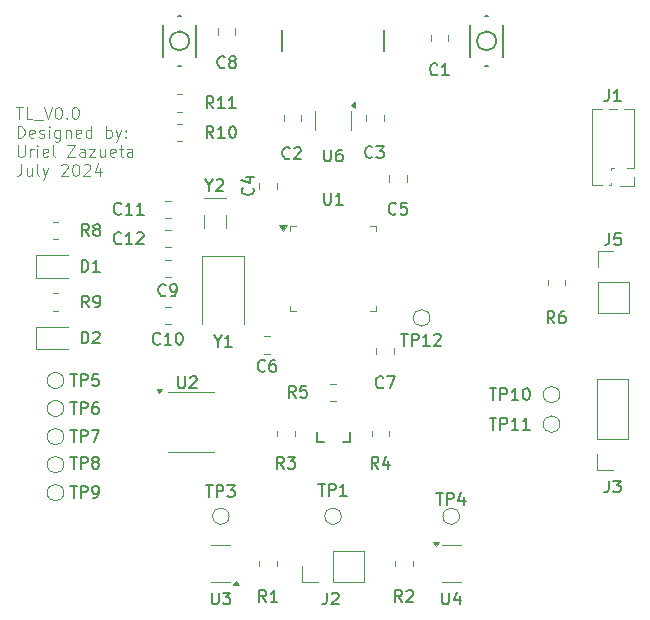
<source format=gto>
%TF.GenerationSoftware,KiCad,Pcbnew,8.0.2-1*%
%TF.CreationDate,2024-07-15T21:16:38-07:00*%
%TF.ProjectId,TEMP_LOGGER,54454d50-5f4c-44f4-9747-45522e6b6963,rev?*%
%TF.SameCoordinates,Original*%
%TF.FileFunction,Legend,Top*%
%TF.FilePolarity,Positive*%
%FSLAX46Y46*%
G04 Gerber Fmt 4.6, Leading zero omitted, Abs format (unit mm)*
G04 Created by KiCad (PCBNEW 8.0.2-1) date 2024-07-15 21:16:38*
%MOMM*%
%LPD*%
G01*
G04 APERTURE LIST*
%ADD10C,0.100000*%
%ADD11C,0.150000*%
%ADD12C,0.120000*%
%ADD13C,0.203200*%
G04 APERTURE END LIST*
D10*
X120161027Y-75842587D02*
X120732455Y-75842587D01*
X120446741Y-76842587D02*
X120446741Y-75842587D01*
X121541979Y-76842587D02*
X121065789Y-76842587D01*
X121065789Y-76842587D02*
X121065789Y-75842587D01*
X121637218Y-76937825D02*
X122399122Y-76937825D01*
X122494361Y-75842587D02*
X122827694Y-76842587D01*
X122827694Y-76842587D02*
X123161027Y-75842587D01*
X123684837Y-75842587D02*
X123780075Y-75842587D01*
X123780075Y-75842587D02*
X123875313Y-75890206D01*
X123875313Y-75890206D02*
X123922932Y-75937825D01*
X123922932Y-75937825D02*
X123970551Y-76033063D01*
X123970551Y-76033063D02*
X124018170Y-76223539D01*
X124018170Y-76223539D02*
X124018170Y-76461634D01*
X124018170Y-76461634D02*
X123970551Y-76652110D01*
X123970551Y-76652110D02*
X123922932Y-76747348D01*
X123922932Y-76747348D02*
X123875313Y-76794968D01*
X123875313Y-76794968D02*
X123780075Y-76842587D01*
X123780075Y-76842587D02*
X123684837Y-76842587D01*
X123684837Y-76842587D02*
X123589599Y-76794968D01*
X123589599Y-76794968D02*
X123541980Y-76747348D01*
X123541980Y-76747348D02*
X123494361Y-76652110D01*
X123494361Y-76652110D02*
X123446742Y-76461634D01*
X123446742Y-76461634D02*
X123446742Y-76223539D01*
X123446742Y-76223539D02*
X123494361Y-76033063D01*
X123494361Y-76033063D02*
X123541980Y-75937825D01*
X123541980Y-75937825D02*
X123589599Y-75890206D01*
X123589599Y-75890206D02*
X123684837Y-75842587D01*
X124446742Y-76747348D02*
X124494361Y-76794968D01*
X124494361Y-76794968D02*
X124446742Y-76842587D01*
X124446742Y-76842587D02*
X124399123Y-76794968D01*
X124399123Y-76794968D02*
X124446742Y-76747348D01*
X124446742Y-76747348D02*
X124446742Y-76842587D01*
X125113408Y-75842587D02*
X125208646Y-75842587D01*
X125208646Y-75842587D02*
X125303884Y-75890206D01*
X125303884Y-75890206D02*
X125351503Y-75937825D01*
X125351503Y-75937825D02*
X125399122Y-76033063D01*
X125399122Y-76033063D02*
X125446741Y-76223539D01*
X125446741Y-76223539D02*
X125446741Y-76461634D01*
X125446741Y-76461634D02*
X125399122Y-76652110D01*
X125399122Y-76652110D02*
X125351503Y-76747348D01*
X125351503Y-76747348D02*
X125303884Y-76794968D01*
X125303884Y-76794968D02*
X125208646Y-76842587D01*
X125208646Y-76842587D02*
X125113408Y-76842587D01*
X125113408Y-76842587D02*
X125018170Y-76794968D01*
X125018170Y-76794968D02*
X124970551Y-76747348D01*
X124970551Y-76747348D02*
X124922932Y-76652110D01*
X124922932Y-76652110D02*
X124875313Y-76461634D01*
X124875313Y-76461634D02*
X124875313Y-76223539D01*
X124875313Y-76223539D02*
X124922932Y-76033063D01*
X124922932Y-76033063D02*
X124970551Y-75937825D01*
X124970551Y-75937825D02*
X125018170Y-75890206D01*
X125018170Y-75890206D02*
X125113408Y-75842587D01*
X120303884Y-78452531D02*
X120303884Y-77452531D01*
X120303884Y-77452531D02*
X120541979Y-77452531D01*
X120541979Y-77452531D02*
X120684836Y-77500150D01*
X120684836Y-77500150D02*
X120780074Y-77595388D01*
X120780074Y-77595388D02*
X120827693Y-77690626D01*
X120827693Y-77690626D02*
X120875312Y-77881102D01*
X120875312Y-77881102D02*
X120875312Y-78023959D01*
X120875312Y-78023959D02*
X120827693Y-78214435D01*
X120827693Y-78214435D02*
X120780074Y-78309673D01*
X120780074Y-78309673D02*
X120684836Y-78404912D01*
X120684836Y-78404912D02*
X120541979Y-78452531D01*
X120541979Y-78452531D02*
X120303884Y-78452531D01*
X121684836Y-78404912D02*
X121589598Y-78452531D01*
X121589598Y-78452531D02*
X121399122Y-78452531D01*
X121399122Y-78452531D02*
X121303884Y-78404912D01*
X121303884Y-78404912D02*
X121256265Y-78309673D01*
X121256265Y-78309673D02*
X121256265Y-77928721D01*
X121256265Y-77928721D02*
X121303884Y-77833483D01*
X121303884Y-77833483D02*
X121399122Y-77785864D01*
X121399122Y-77785864D02*
X121589598Y-77785864D01*
X121589598Y-77785864D02*
X121684836Y-77833483D01*
X121684836Y-77833483D02*
X121732455Y-77928721D01*
X121732455Y-77928721D02*
X121732455Y-78023959D01*
X121732455Y-78023959D02*
X121256265Y-78119197D01*
X122113408Y-78404912D02*
X122208646Y-78452531D01*
X122208646Y-78452531D02*
X122399122Y-78452531D01*
X122399122Y-78452531D02*
X122494360Y-78404912D01*
X122494360Y-78404912D02*
X122541979Y-78309673D01*
X122541979Y-78309673D02*
X122541979Y-78262054D01*
X122541979Y-78262054D02*
X122494360Y-78166816D01*
X122494360Y-78166816D02*
X122399122Y-78119197D01*
X122399122Y-78119197D02*
X122256265Y-78119197D01*
X122256265Y-78119197D02*
X122161027Y-78071578D01*
X122161027Y-78071578D02*
X122113408Y-77976340D01*
X122113408Y-77976340D02*
X122113408Y-77928721D01*
X122113408Y-77928721D02*
X122161027Y-77833483D01*
X122161027Y-77833483D02*
X122256265Y-77785864D01*
X122256265Y-77785864D02*
X122399122Y-77785864D01*
X122399122Y-77785864D02*
X122494360Y-77833483D01*
X122970551Y-78452531D02*
X122970551Y-77785864D01*
X122970551Y-77452531D02*
X122922932Y-77500150D01*
X122922932Y-77500150D02*
X122970551Y-77547769D01*
X122970551Y-77547769D02*
X123018170Y-77500150D01*
X123018170Y-77500150D02*
X122970551Y-77452531D01*
X122970551Y-77452531D02*
X122970551Y-77547769D01*
X123875312Y-77785864D02*
X123875312Y-78595388D01*
X123875312Y-78595388D02*
X123827693Y-78690626D01*
X123827693Y-78690626D02*
X123780074Y-78738245D01*
X123780074Y-78738245D02*
X123684836Y-78785864D01*
X123684836Y-78785864D02*
X123541979Y-78785864D01*
X123541979Y-78785864D02*
X123446741Y-78738245D01*
X123875312Y-78404912D02*
X123780074Y-78452531D01*
X123780074Y-78452531D02*
X123589598Y-78452531D01*
X123589598Y-78452531D02*
X123494360Y-78404912D01*
X123494360Y-78404912D02*
X123446741Y-78357292D01*
X123446741Y-78357292D02*
X123399122Y-78262054D01*
X123399122Y-78262054D02*
X123399122Y-77976340D01*
X123399122Y-77976340D02*
X123446741Y-77881102D01*
X123446741Y-77881102D02*
X123494360Y-77833483D01*
X123494360Y-77833483D02*
X123589598Y-77785864D01*
X123589598Y-77785864D02*
X123780074Y-77785864D01*
X123780074Y-77785864D02*
X123875312Y-77833483D01*
X124351503Y-77785864D02*
X124351503Y-78452531D01*
X124351503Y-77881102D02*
X124399122Y-77833483D01*
X124399122Y-77833483D02*
X124494360Y-77785864D01*
X124494360Y-77785864D02*
X124637217Y-77785864D01*
X124637217Y-77785864D02*
X124732455Y-77833483D01*
X124732455Y-77833483D02*
X124780074Y-77928721D01*
X124780074Y-77928721D02*
X124780074Y-78452531D01*
X125637217Y-78404912D02*
X125541979Y-78452531D01*
X125541979Y-78452531D02*
X125351503Y-78452531D01*
X125351503Y-78452531D02*
X125256265Y-78404912D01*
X125256265Y-78404912D02*
X125208646Y-78309673D01*
X125208646Y-78309673D02*
X125208646Y-77928721D01*
X125208646Y-77928721D02*
X125256265Y-77833483D01*
X125256265Y-77833483D02*
X125351503Y-77785864D01*
X125351503Y-77785864D02*
X125541979Y-77785864D01*
X125541979Y-77785864D02*
X125637217Y-77833483D01*
X125637217Y-77833483D02*
X125684836Y-77928721D01*
X125684836Y-77928721D02*
X125684836Y-78023959D01*
X125684836Y-78023959D02*
X125208646Y-78119197D01*
X126541979Y-78452531D02*
X126541979Y-77452531D01*
X126541979Y-78404912D02*
X126446741Y-78452531D01*
X126446741Y-78452531D02*
X126256265Y-78452531D01*
X126256265Y-78452531D02*
X126161027Y-78404912D01*
X126161027Y-78404912D02*
X126113408Y-78357292D01*
X126113408Y-78357292D02*
X126065789Y-78262054D01*
X126065789Y-78262054D02*
X126065789Y-77976340D01*
X126065789Y-77976340D02*
X126113408Y-77881102D01*
X126113408Y-77881102D02*
X126161027Y-77833483D01*
X126161027Y-77833483D02*
X126256265Y-77785864D01*
X126256265Y-77785864D02*
X126446741Y-77785864D01*
X126446741Y-77785864D02*
X126541979Y-77833483D01*
X127780075Y-78452531D02*
X127780075Y-77452531D01*
X127780075Y-77833483D02*
X127875313Y-77785864D01*
X127875313Y-77785864D02*
X128065789Y-77785864D01*
X128065789Y-77785864D02*
X128161027Y-77833483D01*
X128161027Y-77833483D02*
X128208646Y-77881102D01*
X128208646Y-77881102D02*
X128256265Y-77976340D01*
X128256265Y-77976340D02*
X128256265Y-78262054D01*
X128256265Y-78262054D02*
X128208646Y-78357292D01*
X128208646Y-78357292D02*
X128161027Y-78404912D01*
X128161027Y-78404912D02*
X128065789Y-78452531D01*
X128065789Y-78452531D02*
X127875313Y-78452531D01*
X127875313Y-78452531D02*
X127780075Y-78404912D01*
X128589599Y-77785864D02*
X128827694Y-78452531D01*
X129065789Y-77785864D02*
X128827694Y-78452531D01*
X128827694Y-78452531D02*
X128732456Y-78690626D01*
X128732456Y-78690626D02*
X128684837Y-78738245D01*
X128684837Y-78738245D02*
X128589599Y-78785864D01*
X129446742Y-78357292D02*
X129494361Y-78404912D01*
X129494361Y-78404912D02*
X129446742Y-78452531D01*
X129446742Y-78452531D02*
X129399123Y-78404912D01*
X129399123Y-78404912D02*
X129446742Y-78357292D01*
X129446742Y-78357292D02*
X129446742Y-78452531D01*
X129446742Y-77833483D02*
X129494361Y-77881102D01*
X129494361Y-77881102D02*
X129446742Y-77928721D01*
X129446742Y-77928721D02*
X129399123Y-77881102D01*
X129399123Y-77881102D02*
X129446742Y-77833483D01*
X129446742Y-77833483D02*
X129446742Y-77928721D01*
X120303884Y-79062475D02*
X120303884Y-79871998D01*
X120303884Y-79871998D02*
X120351503Y-79967236D01*
X120351503Y-79967236D02*
X120399122Y-80014856D01*
X120399122Y-80014856D02*
X120494360Y-80062475D01*
X120494360Y-80062475D02*
X120684836Y-80062475D01*
X120684836Y-80062475D02*
X120780074Y-80014856D01*
X120780074Y-80014856D02*
X120827693Y-79967236D01*
X120827693Y-79967236D02*
X120875312Y-79871998D01*
X120875312Y-79871998D02*
X120875312Y-79062475D01*
X121351503Y-80062475D02*
X121351503Y-79395808D01*
X121351503Y-79586284D02*
X121399122Y-79491046D01*
X121399122Y-79491046D02*
X121446741Y-79443427D01*
X121446741Y-79443427D02*
X121541979Y-79395808D01*
X121541979Y-79395808D02*
X121637217Y-79395808D01*
X121970551Y-80062475D02*
X121970551Y-79395808D01*
X121970551Y-79062475D02*
X121922932Y-79110094D01*
X121922932Y-79110094D02*
X121970551Y-79157713D01*
X121970551Y-79157713D02*
X122018170Y-79110094D01*
X122018170Y-79110094D02*
X121970551Y-79062475D01*
X121970551Y-79062475D02*
X121970551Y-79157713D01*
X122827693Y-80014856D02*
X122732455Y-80062475D01*
X122732455Y-80062475D02*
X122541979Y-80062475D01*
X122541979Y-80062475D02*
X122446741Y-80014856D01*
X122446741Y-80014856D02*
X122399122Y-79919617D01*
X122399122Y-79919617D02*
X122399122Y-79538665D01*
X122399122Y-79538665D02*
X122446741Y-79443427D01*
X122446741Y-79443427D02*
X122541979Y-79395808D01*
X122541979Y-79395808D02*
X122732455Y-79395808D01*
X122732455Y-79395808D02*
X122827693Y-79443427D01*
X122827693Y-79443427D02*
X122875312Y-79538665D01*
X122875312Y-79538665D02*
X122875312Y-79633903D01*
X122875312Y-79633903D02*
X122399122Y-79729141D01*
X123446741Y-80062475D02*
X123351503Y-80014856D01*
X123351503Y-80014856D02*
X123303884Y-79919617D01*
X123303884Y-79919617D02*
X123303884Y-79062475D01*
X124494361Y-79062475D02*
X125161027Y-79062475D01*
X125161027Y-79062475D02*
X124494361Y-80062475D01*
X124494361Y-80062475D02*
X125161027Y-80062475D01*
X125970551Y-80062475D02*
X125970551Y-79538665D01*
X125970551Y-79538665D02*
X125922932Y-79443427D01*
X125922932Y-79443427D02*
X125827694Y-79395808D01*
X125827694Y-79395808D02*
X125637218Y-79395808D01*
X125637218Y-79395808D02*
X125541980Y-79443427D01*
X125970551Y-80014856D02*
X125875313Y-80062475D01*
X125875313Y-80062475D02*
X125637218Y-80062475D01*
X125637218Y-80062475D02*
X125541980Y-80014856D01*
X125541980Y-80014856D02*
X125494361Y-79919617D01*
X125494361Y-79919617D02*
X125494361Y-79824379D01*
X125494361Y-79824379D02*
X125541980Y-79729141D01*
X125541980Y-79729141D02*
X125637218Y-79681522D01*
X125637218Y-79681522D02*
X125875313Y-79681522D01*
X125875313Y-79681522D02*
X125970551Y-79633903D01*
X126351504Y-79395808D02*
X126875313Y-79395808D01*
X126875313Y-79395808D02*
X126351504Y-80062475D01*
X126351504Y-80062475D02*
X126875313Y-80062475D01*
X127684837Y-79395808D02*
X127684837Y-80062475D01*
X127256266Y-79395808D02*
X127256266Y-79919617D01*
X127256266Y-79919617D02*
X127303885Y-80014856D01*
X127303885Y-80014856D02*
X127399123Y-80062475D01*
X127399123Y-80062475D02*
X127541980Y-80062475D01*
X127541980Y-80062475D02*
X127637218Y-80014856D01*
X127637218Y-80014856D02*
X127684837Y-79967236D01*
X128541980Y-80014856D02*
X128446742Y-80062475D01*
X128446742Y-80062475D02*
X128256266Y-80062475D01*
X128256266Y-80062475D02*
X128161028Y-80014856D01*
X128161028Y-80014856D02*
X128113409Y-79919617D01*
X128113409Y-79919617D02*
X128113409Y-79538665D01*
X128113409Y-79538665D02*
X128161028Y-79443427D01*
X128161028Y-79443427D02*
X128256266Y-79395808D01*
X128256266Y-79395808D02*
X128446742Y-79395808D01*
X128446742Y-79395808D02*
X128541980Y-79443427D01*
X128541980Y-79443427D02*
X128589599Y-79538665D01*
X128589599Y-79538665D02*
X128589599Y-79633903D01*
X128589599Y-79633903D02*
X128113409Y-79729141D01*
X128875314Y-79395808D02*
X129256266Y-79395808D01*
X129018171Y-79062475D02*
X129018171Y-79919617D01*
X129018171Y-79919617D02*
X129065790Y-80014856D01*
X129065790Y-80014856D02*
X129161028Y-80062475D01*
X129161028Y-80062475D02*
X129256266Y-80062475D01*
X130018171Y-80062475D02*
X130018171Y-79538665D01*
X130018171Y-79538665D02*
X129970552Y-79443427D01*
X129970552Y-79443427D02*
X129875314Y-79395808D01*
X129875314Y-79395808D02*
X129684838Y-79395808D01*
X129684838Y-79395808D02*
X129589600Y-79443427D01*
X130018171Y-80014856D02*
X129922933Y-80062475D01*
X129922933Y-80062475D02*
X129684838Y-80062475D01*
X129684838Y-80062475D02*
X129589600Y-80014856D01*
X129589600Y-80014856D02*
X129541981Y-79919617D01*
X129541981Y-79919617D02*
X129541981Y-79824379D01*
X129541981Y-79824379D02*
X129589600Y-79729141D01*
X129589600Y-79729141D02*
X129684838Y-79681522D01*
X129684838Y-79681522D02*
X129922933Y-79681522D01*
X129922933Y-79681522D02*
X130018171Y-79633903D01*
X120589598Y-80672419D02*
X120589598Y-81386704D01*
X120589598Y-81386704D02*
X120541979Y-81529561D01*
X120541979Y-81529561D02*
X120446741Y-81624800D01*
X120446741Y-81624800D02*
X120303884Y-81672419D01*
X120303884Y-81672419D02*
X120208646Y-81672419D01*
X121494360Y-81005752D02*
X121494360Y-81672419D01*
X121065789Y-81005752D02*
X121065789Y-81529561D01*
X121065789Y-81529561D02*
X121113408Y-81624800D01*
X121113408Y-81624800D02*
X121208646Y-81672419D01*
X121208646Y-81672419D02*
X121351503Y-81672419D01*
X121351503Y-81672419D02*
X121446741Y-81624800D01*
X121446741Y-81624800D02*
X121494360Y-81577180D01*
X122113408Y-81672419D02*
X122018170Y-81624800D01*
X122018170Y-81624800D02*
X121970551Y-81529561D01*
X121970551Y-81529561D02*
X121970551Y-80672419D01*
X122399123Y-81005752D02*
X122637218Y-81672419D01*
X122875313Y-81005752D02*
X122637218Y-81672419D01*
X122637218Y-81672419D02*
X122541980Y-81910514D01*
X122541980Y-81910514D02*
X122494361Y-81958133D01*
X122494361Y-81958133D02*
X122399123Y-82005752D01*
X123970552Y-80767657D02*
X124018171Y-80720038D01*
X124018171Y-80720038D02*
X124113409Y-80672419D01*
X124113409Y-80672419D02*
X124351504Y-80672419D01*
X124351504Y-80672419D02*
X124446742Y-80720038D01*
X124446742Y-80720038D02*
X124494361Y-80767657D01*
X124494361Y-80767657D02*
X124541980Y-80862895D01*
X124541980Y-80862895D02*
X124541980Y-80958133D01*
X124541980Y-80958133D02*
X124494361Y-81100990D01*
X124494361Y-81100990D02*
X123922933Y-81672419D01*
X123922933Y-81672419D02*
X124541980Y-81672419D01*
X125161028Y-80672419D02*
X125256266Y-80672419D01*
X125256266Y-80672419D02*
X125351504Y-80720038D01*
X125351504Y-80720038D02*
X125399123Y-80767657D01*
X125399123Y-80767657D02*
X125446742Y-80862895D01*
X125446742Y-80862895D02*
X125494361Y-81053371D01*
X125494361Y-81053371D02*
X125494361Y-81291466D01*
X125494361Y-81291466D02*
X125446742Y-81481942D01*
X125446742Y-81481942D02*
X125399123Y-81577180D01*
X125399123Y-81577180D02*
X125351504Y-81624800D01*
X125351504Y-81624800D02*
X125256266Y-81672419D01*
X125256266Y-81672419D02*
X125161028Y-81672419D01*
X125161028Y-81672419D02*
X125065790Y-81624800D01*
X125065790Y-81624800D02*
X125018171Y-81577180D01*
X125018171Y-81577180D02*
X124970552Y-81481942D01*
X124970552Y-81481942D02*
X124922933Y-81291466D01*
X124922933Y-81291466D02*
X124922933Y-81053371D01*
X124922933Y-81053371D02*
X124970552Y-80862895D01*
X124970552Y-80862895D02*
X125018171Y-80767657D01*
X125018171Y-80767657D02*
X125065790Y-80720038D01*
X125065790Y-80720038D02*
X125161028Y-80672419D01*
X125875314Y-80767657D02*
X125922933Y-80720038D01*
X125922933Y-80720038D02*
X126018171Y-80672419D01*
X126018171Y-80672419D02*
X126256266Y-80672419D01*
X126256266Y-80672419D02*
X126351504Y-80720038D01*
X126351504Y-80720038D02*
X126399123Y-80767657D01*
X126399123Y-80767657D02*
X126446742Y-80862895D01*
X126446742Y-80862895D02*
X126446742Y-80958133D01*
X126446742Y-80958133D02*
X126399123Y-81100990D01*
X126399123Y-81100990D02*
X125827695Y-81672419D01*
X125827695Y-81672419D02*
X126446742Y-81672419D01*
X127303885Y-81005752D02*
X127303885Y-81672419D01*
X127065790Y-80624800D02*
X126827695Y-81339085D01*
X126827695Y-81339085D02*
X127446742Y-81339085D01*
D11*
X137223809Y-95678628D02*
X137223809Y-96154819D01*
X136890476Y-95154819D02*
X137223809Y-95678628D01*
X137223809Y-95678628D02*
X137557142Y-95154819D01*
X138414285Y-96154819D02*
X137842857Y-96154819D01*
X138128571Y-96154819D02*
X138128571Y-95154819D01*
X138128571Y-95154819D02*
X138033333Y-95297676D01*
X138033333Y-95297676D02*
X137938095Y-95392914D01*
X137938095Y-95392914D02*
X137842857Y-95440533D01*
X124738095Y-103204819D02*
X125309523Y-103204819D01*
X125023809Y-104204819D02*
X125023809Y-103204819D01*
X125642857Y-104204819D02*
X125642857Y-103204819D01*
X125642857Y-103204819D02*
X126023809Y-103204819D01*
X126023809Y-103204819D02*
X126119047Y-103252438D01*
X126119047Y-103252438D02*
X126166666Y-103300057D01*
X126166666Y-103300057D02*
X126214285Y-103395295D01*
X126214285Y-103395295D02*
X126214285Y-103538152D01*
X126214285Y-103538152D02*
X126166666Y-103633390D01*
X126166666Y-103633390D02*
X126119047Y-103681009D01*
X126119047Y-103681009D02*
X126023809Y-103728628D01*
X126023809Y-103728628D02*
X125642857Y-103728628D01*
X126547619Y-103204819D02*
X127214285Y-103204819D01*
X127214285Y-103204819D02*
X126785714Y-104204819D01*
X156238095Y-116954819D02*
X156238095Y-117764342D01*
X156238095Y-117764342D02*
X156285714Y-117859580D01*
X156285714Y-117859580D02*
X156333333Y-117907200D01*
X156333333Y-117907200D02*
X156428571Y-117954819D01*
X156428571Y-117954819D02*
X156619047Y-117954819D01*
X156619047Y-117954819D02*
X156714285Y-117907200D01*
X156714285Y-117907200D02*
X156761904Y-117859580D01*
X156761904Y-117859580D02*
X156809523Y-117764342D01*
X156809523Y-117764342D02*
X156809523Y-116954819D01*
X157714285Y-117288152D02*
X157714285Y-117954819D01*
X157476190Y-116907200D02*
X157238095Y-117621485D01*
X157238095Y-117621485D02*
X157857142Y-117621485D01*
X160261905Y-99654819D02*
X160833333Y-99654819D01*
X160547619Y-100654819D02*
X160547619Y-99654819D01*
X161166667Y-100654819D02*
X161166667Y-99654819D01*
X161166667Y-99654819D02*
X161547619Y-99654819D01*
X161547619Y-99654819D02*
X161642857Y-99702438D01*
X161642857Y-99702438D02*
X161690476Y-99750057D01*
X161690476Y-99750057D02*
X161738095Y-99845295D01*
X161738095Y-99845295D02*
X161738095Y-99988152D01*
X161738095Y-99988152D02*
X161690476Y-100083390D01*
X161690476Y-100083390D02*
X161642857Y-100131009D01*
X161642857Y-100131009D02*
X161547619Y-100178628D01*
X161547619Y-100178628D02*
X161166667Y-100178628D01*
X162690476Y-100654819D02*
X162119048Y-100654819D01*
X162404762Y-100654819D02*
X162404762Y-99654819D01*
X162404762Y-99654819D02*
X162309524Y-99797676D01*
X162309524Y-99797676D02*
X162214286Y-99892914D01*
X162214286Y-99892914D02*
X162119048Y-99940533D01*
X163309524Y-99654819D02*
X163404762Y-99654819D01*
X163404762Y-99654819D02*
X163500000Y-99702438D01*
X163500000Y-99702438D02*
X163547619Y-99750057D01*
X163547619Y-99750057D02*
X163595238Y-99845295D01*
X163595238Y-99845295D02*
X163642857Y-100035771D01*
X163642857Y-100035771D02*
X163642857Y-100273866D01*
X163642857Y-100273866D02*
X163595238Y-100464342D01*
X163595238Y-100464342D02*
X163547619Y-100559580D01*
X163547619Y-100559580D02*
X163500000Y-100607200D01*
X163500000Y-100607200D02*
X163404762Y-100654819D01*
X163404762Y-100654819D02*
X163309524Y-100654819D01*
X163309524Y-100654819D02*
X163214286Y-100607200D01*
X163214286Y-100607200D02*
X163166667Y-100559580D01*
X163166667Y-100559580D02*
X163119048Y-100464342D01*
X163119048Y-100464342D02*
X163071429Y-100273866D01*
X163071429Y-100273866D02*
X163071429Y-100035771D01*
X163071429Y-100035771D02*
X163119048Y-99845295D01*
X163119048Y-99845295D02*
X163166667Y-99750057D01*
X163166667Y-99750057D02*
X163214286Y-99702438D01*
X163214286Y-99702438D02*
X163309524Y-99654819D01*
X146238095Y-83104819D02*
X146238095Y-83914342D01*
X146238095Y-83914342D02*
X146285714Y-84009580D01*
X146285714Y-84009580D02*
X146333333Y-84057200D01*
X146333333Y-84057200D02*
X146428571Y-84104819D01*
X146428571Y-84104819D02*
X146619047Y-84104819D01*
X146619047Y-84104819D02*
X146714285Y-84057200D01*
X146714285Y-84057200D02*
X146761904Y-84009580D01*
X146761904Y-84009580D02*
X146809523Y-83914342D01*
X146809523Y-83914342D02*
X146809523Y-83104819D01*
X147809523Y-84104819D02*
X147238095Y-84104819D01*
X147523809Y-84104819D02*
X147523809Y-83104819D01*
X147523809Y-83104819D02*
X147428571Y-83247676D01*
X147428571Y-83247676D02*
X147333333Y-83342914D01*
X147333333Y-83342914D02*
X147238095Y-83390533D01*
X141333333Y-117754819D02*
X141000000Y-117278628D01*
X140761905Y-117754819D02*
X140761905Y-116754819D01*
X140761905Y-116754819D02*
X141142857Y-116754819D01*
X141142857Y-116754819D02*
X141238095Y-116802438D01*
X141238095Y-116802438D02*
X141285714Y-116850057D01*
X141285714Y-116850057D02*
X141333333Y-116945295D01*
X141333333Y-116945295D02*
X141333333Y-117088152D01*
X141333333Y-117088152D02*
X141285714Y-117183390D01*
X141285714Y-117183390D02*
X141238095Y-117231009D01*
X141238095Y-117231009D02*
X141142857Y-117278628D01*
X141142857Y-117278628D02*
X140761905Y-117278628D01*
X142285714Y-117754819D02*
X141714286Y-117754819D01*
X142000000Y-117754819D02*
X142000000Y-116754819D01*
X142000000Y-116754819D02*
X141904762Y-116897676D01*
X141904762Y-116897676D02*
X141809524Y-116992914D01*
X141809524Y-116992914D02*
X141714286Y-117040533D01*
X152761905Y-95054819D02*
X153333333Y-95054819D01*
X153047619Y-96054819D02*
X153047619Y-95054819D01*
X153666667Y-96054819D02*
X153666667Y-95054819D01*
X153666667Y-95054819D02*
X154047619Y-95054819D01*
X154047619Y-95054819D02*
X154142857Y-95102438D01*
X154142857Y-95102438D02*
X154190476Y-95150057D01*
X154190476Y-95150057D02*
X154238095Y-95245295D01*
X154238095Y-95245295D02*
X154238095Y-95388152D01*
X154238095Y-95388152D02*
X154190476Y-95483390D01*
X154190476Y-95483390D02*
X154142857Y-95531009D01*
X154142857Y-95531009D02*
X154047619Y-95578628D01*
X154047619Y-95578628D02*
X153666667Y-95578628D01*
X155190476Y-96054819D02*
X154619048Y-96054819D01*
X154904762Y-96054819D02*
X154904762Y-95054819D01*
X154904762Y-95054819D02*
X154809524Y-95197676D01*
X154809524Y-95197676D02*
X154714286Y-95292914D01*
X154714286Y-95292914D02*
X154619048Y-95340533D01*
X155571429Y-95150057D02*
X155619048Y-95102438D01*
X155619048Y-95102438D02*
X155714286Y-95054819D01*
X155714286Y-95054819D02*
X155952381Y-95054819D01*
X155952381Y-95054819D02*
X156047619Y-95102438D01*
X156047619Y-95102438D02*
X156095238Y-95150057D01*
X156095238Y-95150057D02*
X156142857Y-95245295D01*
X156142857Y-95245295D02*
X156142857Y-95340533D01*
X156142857Y-95340533D02*
X156095238Y-95483390D01*
X156095238Y-95483390D02*
X155523810Y-96054819D01*
X155523810Y-96054819D02*
X156142857Y-96054819D01*
X136738095Y-116954819D02*
X136738095Y-117764342D01*
X136738095Y-117764342D02*
X136785714Y-117859580D01*
X136785714Y-117859580D02*
X136833333Y-117907200D01*
X136833333Y-117907200D02*
X136928571Y-117954819D01*
X136928571Y-117954819D02*
X137119047Y-117954819D01*
X137119047Y-117954819D02*
X137214285Y-117907200D01*
X137214285Y-117907200D02*
X137261904Y-117859580D01*
X137261904Y-117859580D02*
X137309523Y-117764342D01*
X137309523Y-117764342D02*
X137309523Y-116954819D01*
X137690476Y-116954819D02*
X138309523Y-116954819D01*
X138309523Y-116954819D02*
X137976190Y-117335771D01*
X137976190Y-117335771D02*
X138119047Y-117335771D01*
X138119047Y-117335771D02*
X138214285Y-117383390D01*
X138214285Y-117383390D02*
X138261904Y-117431009D01*
X138261904Y-117431009D02*
X138309523Y-117526247D01*
X138309523Y-117526247D02*
X138309523Y-117764342D01*
X138309523Y-117764342D02*
X138261904Y-117859580D01*
X138261904Y-117859580D02*
X138214285Y-117907200D01*
X138214285Y-117907200D02*
X138119047Y-117954819D01*
X138119047Y-117954819D02*
X137833333Y-117954819D01*
X137833333Y-117954819D02*
X137738095Y-117907200D01*
X137738095Y-117907200D02*
X137690476Y-117859580D01*
X155833333Y-73059580D02*
X155785714Y-73107200D01*
X155785714Y-73107200D02*
X155642857Y-73154819D01*
X155642857Y-73154819D02*
X155547619Y-73154819D01*
X155547619Y-73154819D02*
X155404762Y-73107200D01*
X155404762Y-73107200D02*
X155309524Y-73011961D01*
X155309524Y-73011961D02*
X155261905Y-72916723D01*
X155261905Y-72916723D02*
X155214286Y-72726247D01*
X155214286Y-72726247D02*
X155214286Y-72583390D01*
X155214286Y-72583390D02*
X155261905Y-72392914D01*
X155261905Y-72392914D02*
X155309524Y-72297676D01*
X155309524Y-72297676D02*
X155404762Y-72202438D01*
X155404762Y-72202438D02*
X155547619Y-72154819D01*
X155547619Y-72154819D02*
X155642857Y-72154819D01*
X155642857Y-72154819D02*
X155785714Y-72202438D01*
X155785714Y-72202438D02*
X155833333Y-72250057D01*
X156785714Y-73154819D02*
X156214286Y-73154819D01*
X156500000Y-73154819D02*
X156500000Y-72154819D01*
X156500000Y-72154819D02*
X156404762Y-72297676D01*
X156404762Y-72297676D02*
X156309524Y-72392914D01*
X156309524Y-72392914D02*
X156214286Y-72440533D01*
X143333333Y-80159580D02*
X143285714Y-80207200D01*
X143285714Y-80207200D02*
X143142857Y-80254819D01*
X143142857Y-80254819D02*
X143047619Y-80254819D01*
X143047619Y-80254819D02*
X142904762Y-80207200D01*
X142904762Y-80207200D02*
X142809524Y-80111961D01*
X142809524Y-80111961D02*
X142761905Y-80016723D01*
X142761905Y-80016723D02*
X142714286Y-79826247D01*
X142714286Y-79826247D02*
X142714286Y-79683390D01*
X142714286Y-79683390D02*
X142761905Y-79492914D01*
X142761905Y-79492914D02*
X142809524Y-79397676D01*
X142809524Y-79397676D02*
X142904762Y-79302438D01*
X142904762Y-79302438D02*
X143047619Y-79254819D01*
X143047619Y-79254819D02*
X143142857Y-79254819D01*
X143142857Y-79254819D02*
X143285714Y-79302438D01*
X143285714Y-79302438D02*
X143333333Y-79350057D01*
X143714286Y-79350057D02*
X143761905Y-79302438D01*
X143761905Y-79302438D02*
X143857143Y-79254819D01*
X143857143Y-79254819D02*
X144095238Y-79254819D01*
X144095238Y-79254819D02*
X144190476Y-79302438D01*
X144190476Y-79302438D02*
X144238095Y-79350057D01*
X144238095Y-79350057D02*
X144285714Y-79445295D01*
X144285714Y-79445295D02*
X144285714Y-79540533D01*
X144285714Y-79540533D02*
X144238095Y-79683390D01*
X144238095Y-79683390D02*
X143666667Y-80254819D01*
X143666667Y-80254819D02*
X144285714Y-80254819D01*
X170341666Y-107474819D02*
X170341666Y-108189104D01*
X170341666Y-108189104D02*
X170294047Y-108331961D01*
X170294047Y-108331961D02*
X170198809Y-108427200D01*
X170198809Y-108427200D02*
X170055952Y-108474819D01*
X170055952Y-108474819D02*
X169960714Y-108474819D01*
X170722619Y-107474819D02*
X171341666Y-107474819D01*
X171341666Y-107474819D02*
X171008333Y-107855771D01*
X171008333Y-107855771D02*
X171151190Y-107855771D01*
X171151190Y-107855771D02*
X171246428Y-107903390D01*
X171246428Y-107903390D02*
X171294047Y-107951009D01*
X171294047Y-107951009D02*
X171341666Y-108046247D01*
X171341666Y-108046247D02*
X171341666Y-108284342D01*
X171341666Y-108284342D02*
X171294047Y-108379580D01*
X171294047Y-108379580D02*
X171246428Y-108427200D01*
X171246428Y-108427200D02*
X171151190Y-108474819D01*
X171151190Y-108474819D02*
X170865476Y-108474819D01*
X170865476Y-108474819D02*
X170770238Y-108427200D01*
X170770238Y-108427200D02*
X170722619Y-108379580D01*
X136857142Y-78454819D02*
X136523809Y-77978628D01*
X136285714Y-78454819D02*
X136285714Y-77454819D01*
X136285714Y-77454819D02*
X136666666Y-77454819D01*
X136666666Y-77454819D02*
X136761904Y-77502438D01*
X136761904Y-77502438D02*
X136809523Y-77550057D01*
X136809523Y-77550057D02*
X136857142Y-77645295D01*
X136857142Y-77645295D02*
X136857142Y-77788152D01*
X136857142Y-77788152D02*
X136809523Y-77883390D01*
X136809523Y-77883390D02*
X136761904Y-77931009D01*
X136761904Y-77931009D02*
X136666666Y-77978628D01*
X136666666Y-77978628D02*
X136285714Y-77978628D01*
X137809523Y-78454819D02*
X137238095Y-78454819D01*
X137523809Y-78454819D02*
X137523809Y-77454819D01*
X137523809Y-77454819D02*
X137428571Y-77597676D01*
X137428571Y-77597676D02*
X137333333Y-77692914D01*
X137333333Y-77692914D02*
X137238095Y-77740533D01*
X138428571Y-77454819D02*
X138523809Y-77454819D01*
X138523809Y-77454819D02*
X138619047Y-77502438D01*
X138619047Y-77502438D02*
X138666666Y-77550057D01*
X138666666Y-77550057D02*
X138714285Y-77645295D01*
X138714285Y-77645295D02*
X138761904Y-77835771D01*
X138761904Y-77835771D02*
X138761904Y-78073866D01*
X138761904Y-78073866D02*
X138714285Y-78264342D01*
X138714285Y-78264342D02*
X138666666Y-78359580D01*
X138666666Y-78359580D02*
X138619047Y-78407200D01*
X138619047Y-78407200D02*
X138523809Y-78454819D01*
X138523809Y-78454819D02*
X138428571Y-78454819D01*
X138428571Y-78454819D02*
X138333333Y-78407200D01*
X138333333Y-78407200D02*
X138285714Y-78359580D01*
X138285714Y-78359580D02*
X138238095Y-78264342D01*
X138238095Y-78264342D02*
X138190476Y-78073866D01*
X138190476Y-78073866D02*
X138190476Y-77835771D01*
X138190476Y-77835771D02*
X138238095Y-77645295D01*
X138238095Y-77645295D02*
X138285714Y-77550057D01*
X138285714Y-77550057D02*
X138333333Y-77502438D01*
X138333333Y-77502438D02*
X138428571Y-77454819D01*
X151233333Y-99559580D02*
X151185714Y-99607200D01*
X151185714Y-99607200D02*
X151042857Y-99654819D01*
X151042857Y-99654819D02*
X150947619Y-99654819D01*
X150947619Y-99654819D02*
X150804762Y-99607200D01*
X150804762Y-99607200D02*
X150709524Y-99511961D01*
X150709524Y-99511961D02*
X150661905Y-99416723D01*
X150661905Y-99416723D02*
X150614286Y-99226247D01*
X150614286Y-99226247D02*
X150614286Y-99083390D01*
X150614286Y-99083390D02*
X150661905Y-98892914D01*
X150661905Y-98892914D02*
X150709524Y-98797676D01*
X150709524Y-98797676D02*
X150804762Y-98702438D01*
X150804762Y-98702438D02*
X150947619Y-98654819D01*
X150947619Y-98654819D02*
X151042857Y-98654819D01*
X151042857Y-98654819D02*
X151185714Y-98702438D01*
X151185714Y-98702438D02*
X151233333Y-98750057D01*
X151566667Y-98654819D02*
X152233333Y-98654819D01*
X152233333Y-98654819D02*
X151804762Y-99654819D01*
X129057142Y-87359580D02*
X129009523Y-87407200D01*
X129009523Y-87407200D02*
X128866666Y-87454819D01*
X128866666Y-87454819D02*
X128771428Y-87454819D01*
X128771428Y-87454819D02*
X128628571Y-87407200D01*
X128628571Y-87407200D02*
X128533333Y-87311961D01*
X128533333Y-87311961D02*
X128485714Y-87216723D01*
X128485714Y-87216723D02*
X128438095Y-87026247D01*
X128438095Y-87026247D02*
X128438095Y-86883390D01*
X128438095Y-86883390D02*
X128485714Y-86692914D01*
X128485714Y-86692914D02*
X128533333Y-86597676D01*
X128533333Y-86597676D02*
X128628571Y-86502438D01*
X128628571Y-86502438D02*
X128771428Y-86454819D01*
X128771428Y-86454819D02*
X128866666Y-86454819D01*
X128866666Y-86454819D02*
X129009523Y-86502438D01*
X129009523Y-86502438D02*
X129057142Y-86550057D01*
X130009523Y-87454819D02*
X129438095Y-87454819D01*
X129723809Y-87454819D02*
X129723809Y-86454819D01*
X129723809Y-86454819D02*
X129628571Y-86597676D01*
X129628571Y-86597676D02*
X129533333Y-86692914D01*
X129533333Y-86692914D02*
X129438095Y-86740533D01*
X130390476Y-86550057D02*
X130438095Y-86502438D01*
X130438095Y-86502438D02*
X130533333Y-86454819D01*
X130533333Y-86454819D02*
X130771428Y-86454819D01*
X130771428Y-86454819D02*
X130866666Y-86502438D01*
X130866666Y-86502438D02*
X130914285Y-86550057D01*
X130914285Y-86550057D02*
X130961904Y-86645295D01*
X130961904Y-86645295D02*
X130961904Y-86740533D01*
X130961904Y-86740533D02*
X130914285Y-86883390D01*
X130914285Y-86883390D02*
X130342857Y-87454819D01*
X130342857Y-87454819D02*
X130961904Y-87454819D01*
X124738095Y-107954819D02*
X125309523Y-107954819D01*
X125023809Y-108954819D02*
X125023809Y-107954819D01*
X125642857Y-108954819D02*
X125642857Y-107954819D01*
X125642857Y-107954819D02*
X126023809Y-107954819D01*
X126023809Y-107954819D02*
X126119047Y-108002438D01*
X126119047Y-108002438D02*
X126166666Y-108050057D01*
X126166666Y-108050057D02*
X126214285Y-108145295D01*
X126214285Y-108145295D02*
X126214285Y-108288152D01*
X126214285Y-108288152D02*
X126166666Y-108383390D01*
X126166666Y-108383390D02*
X126119047Y-108431009D01*
X126119047Y-108431009D02*
X126023809Y-108478628D01*
X126023809Y-108478628D02*
X125642857Y-108478628D01*
X126690476Y-108954819D02*
X126880952Y-108954819D01*
X126880952Y-108954819D02*
X126976190Y-108907200D01*
X126976190Y-108907200D02*
X127023809Y-108859580D01*
X127023809Y-108859580D02*
X127119047Y-108716723D01*
X127119047Y-108716723D02*
X127166666Y-108526247D01*
X127166666Y-108526247D02*
X127166666Y-108145295D01*
X127166666Y-108145295D02*
X127119047Y-108050057D01*
X127119047Y-108050057D02*
X127071428Y-108002438D01*
X127071428Y-108002438D02*
X126976190Y-107954819D01*
X126976190Y-107954819D02*
X126785714Y-107954819D01*
X126785714Y-107954819D02*
X126690476Y-108002438D01*
X126690476Y-108002438D02*
X126642857Y-108050057D01*
X126642857Y-108050057D02*
X126595238Y-108145295D01*
X126595238Y-108145295D02*
X126595238Y-108383390D01*
X126595238Y-108383390D02*
X126642857Y-108478628D01*
X126642857Y-108478628D02*
X126690476Y-108526247D01*
X126690476Y-108526247D02*
X126785714Y-108573866D01*
X126785714Y-108573866D02*
X126976190Y-108573866D01*
X126976190Y-108573866D02*
X127071428Y-108526247D01*
X127071428Y-108526247D02*
X127119047Y-108478628D01*
X127119047Y-108478628D02*
X127166666Y-108383390D01*
X165733333Y-94154819D02*
X165400000Y-93678628D01*
X165161905Y-94154819D02*
X165161905Y-93154819D01*
X165161905Y-93154819D02*
X165542857Y-93154819D01*
X165542857Y-93154819D02*
X165638095Y-93202438D01*
X165638095Y-93202438D02*
X165685714Y-93250057D01*
X165685714Y-93250057D02*
X165733333Y-93345295D01*
X165733333Y-93345295D02*
X165733333Y-93488152D01*
X165733333Y-93488152D02*
X165685714Y-93583390D01*
X165685714Y-93583390D02*
X165638095Y-93631009D01*
X165638095Y-93631009D02*
X165542857Y-93678628D01*
X165542857Y-93678628D02*
X165161905Y-93678628D01*
X166590476Y-93154819D02*
X166400000Y-93154819D01*
X166400000Y-93154819D02*
X166304762Y-93202438D01*
X166304762Y-93202438D02*
X166257143Y-93250057D01*
X166257143Y-93250057D02*
X166161905Y-93392914D01*
X166161905Y-93392914D02*
X166114286Y-93583390D01*
X166114286Y-93583390D02*
X166114286Y-93964342D01*
X166114286Y-93964342D02*
X166161905Y-94059580D01*
X166161905Y-94059580D02*
X166209524Y-94107200D01*
X166209524Y-94107200D02*
X166304762Y-94154819D01*
X166304762Y-94154819D02*
X166495238Y-94154819D01*
X166495238Y-94154819D02*
X166590476Y-94107200D01*
X166590476Y-94107200D02*
X166638095Y-94059580D01*
X166638095Y-94059580D02*
X166685714Y-93964342D01*
X166685714Y-93964342D02*
X166685714Y-93726247D01*
X166685714Y-93726247D02*
X166638095Y-93631009D01*
X166638095Y-93631009D02*
X166590476Y-93583390D01*
X166590476Y-93583390D02*
X166495238Y-93535771D01*
X166495238Y-93535771D02*
X166304762Y-93535771D01*
X166304762Y-93535771D02*
X166209524Y-93583390D01*
X166209524Y-93583390D02*
X166161905Y-93631009D01*
X166161905Y-93631009D02*
X166114286Y-93726247D01*
X124738095Y-100829819D02*
X125309523Y-100829819D01*
X125023809Y-101829819D02*
X125023809Y-100829819D01*
X125642857Y-101829819D02*
X125642857Y-100829819D01*
X125642857Y-100829819D02*
X126023809Y-100829819D01*
X126023809Y-100829819D02*
X126119047Y-100877438D01*
X126119047Y-100877438D02*
X126166666Y-100925057D01*
X126166666Y-100925057D02*
X126214285Y-101020295D01*
X126214285Y-101020295D02*
X126214285Y-101163152D01*
X126214285Y-101163152D02*
X126166666Y-101258390D01*
X126166666Y-101258390D02*
X126119047Y-101306009D01*
X126119047Y-101306009D02*
X126023809Y-101353628D01*
X126023809Y-101353628D02*
X125642857Y-101353628D01*
X127071428Y-100829819D02*
X126880952Y-100829819D01*
X126880952Y-100829819D02*
X126785714Y-100877438D01*
X126785714Y-100877438D02*
X126738095Y-100925057D01*
X126738095Y-100925057D02*
X126642857Y-101067914D01*
X126642857Y-101067914D02*
X126595238Y-101258390D01*
X126595238Y-101258390D02*
X126595238Y-101639342D01*
X126595238Y-101639342D02*
X126642857Y-101734580D01*
X126642857Y-101734580D02*
X126690476Y-101782200D01*
X126690476Y-101782200D02*
X126785714Y-101829819D01*
X126785714Y-101829819D02*
X126976190Y-101829819D01*
X126976190Y-101829819D02*
X127071428Y-101782200D01*
X127071428Y-101782200D02*
X127119047Y-101734580D01*
X127119047Y-101734580D02*
X127166666Y-101639342D01*
X127166666Y-101639342D02*
X127166666Y-101401247D01*
X127166666Y-101401247D02*
X127119047Y-101306009D01*
X127119047Y-101306009D02*
X127071428Y-101258390D01*
X127071428Y-101258390D02*
X126976190Y-101210771D01*
X126976190Y-101210771D02*
X126785714Y-101210771D01*
X126785714Y-101210771D02*
X126690476Y-101258390D01*
X126690476Y-101258390D02*
X126642857Y-101306009D01*
X126642857Y-101306009D02*
X126595238Y-101401247D01*
X124738095Y-98454819D02*
X125309523Y-98454819D01*
X125023809Y-99454819D02*
X125023809Y-98454819D01*
X125642857Y-99454819D02*
X125642857Y-98454819D01*
X125642857Y-98454819D02*
X126023809Y-98454819D01*
X126023809Y-98454819D02*
X126119047Y-98502438D01*
X126119047Y-98502438D02*
X126166666Y-98550057D01*
X126166666Y-98550057D02*
X126214285Y-98645295D01*
X126214285Y-98645295D02*
X126214285Y-98788152D01*
X126214285Y-98788152D02*
X126166666Y-98883390D01*
X126166666Y-98883390D02*
X126119047Y-98931009D01*
X126119047Y-98931009D02*
X126023809Y-98978628D01*
X126023809Y-98978628D02*
X125642857Y-98978628D01*
X127119047Y-98454819D02*
X126642857Y-98454819D01*
X126642857Y-98454819D02*
X126595238Y-98931009D01*
X126595238Y-98931009D02*
X126642857Y-98883390D01*
X126642857Y-98883390D02*
X126738095Y-98835771D01*
X126738095Y-98835771D02*
X126976190Y-98835771D01*
X126976190Y-98835771D02*
X127071428Y-98883390D01*
X127071428Y-98883390D02*
X127119047Y-98931009D01*
X127119047Y-98931009D02*
X127166666Y-99026247D01*
X127166666Y-99026247D02*
X127166666Y-99264342D01*
X127166666Y-99264342D02*
X127119047Y-99359580D01*
X127119047Y-99359580D02*
X127071428Y-99407200D01*
X127071428Y-99407200D02*
X126976190Y-99454819D01*
X126976190Y-99454819D02*
X126738095Y-99454819D01*
X126738095Y-99454819D02*
X126642857Y-99407200D01*
X126642857Y-99407200D02*
X126595238Y-99359580D01*
X136523809Y-82478628D02*
X136523809Y-82954819D01*
X136190476Y-81954819D02*
X136523809Y-82478628D01*
X136523809Y-82478628D02*
X136857142Y-81954819D01*
X137142857Y-82050057D02*
X137190476Y-82002438D01*
X137190476Y-82002438D02*
X137285714Y-81954819D01*
X137285714Y-81954819D02*
X137523809Y-81954819D01*
X137523809Y-81954819D02*
X137619047Y-82002438D01*
X137619047Y-82002438D02*
X137666666Y-82050057D01*
X137666666Y-82050057D02*
X137714285Y-82145295D01*
X137714285Y-82145295D02*
X137714285Y-82240533D01*
X137714285Y-82240533D02*
X137666666Y-82383390D01*
X137666666Y-82383390D02*
X137095238Y-82954819D01*
X137095238Y-82954819D02*
X137714285Y-82954819D01*
X129057142Y-84859580D02*
X129009523Y-84907200D01*
X129009523Y-84907200D02*
X128866666Y-84954819D01*
X128866666Y-84954819D02*
X128771428Y-84954819D01*
X128771428Y-84954819D02*
X128628571Y-84907200D01*
X128628571Y-84907200D02*
X128533333Y-84811961D01*
X128533333Y-84811961D02*
X128485714Y-84716723D01*
X128485714Y-84716723D02*
X128438095Y-84526247D01*
X128438095Y-84526247D02*
X128438095Y-84383390D01*
X128438095Y-84383390D02*
X128485714Y-84192914D01*
X128485714Y-84192914D02*
X128533333Y-84097676D01*
X128533333Y-84097676D02*
X128628571Y-84002438D01*
X128628571Y-84002438D02*
X128771428Y-83954819D01*
X128771428Y-83954819D02*
X128866666Y-83954819D01*
X128866666Y-83954819D02*
X129009523Y-84002438D01*
X129009523Y-84002438D02*
X129057142Y-84050057D01*
X130009523Y-84954819D02*
X129438095Y-84954819D01*
X129723809Y-84954819D02*
X129723809Y-83954819D01*
X129723809Y-83954819D02*
X129628571Y-84097676D01*
X129628571Y-84097676D02*
X129533333Y-84192914D01*
X129533333Y-84192914D02*
X129438095Y-84240533D01*
X130961904Y-84954819D02*
X130390476Y-84954819D01*
X130676190Y-84954819D02*
X130676190Y-83954819D01*
X130676190Y-83954819D02*
X130580952Y-84097676D01*
X130580952Y-84097676D02*
X130485714Y-84192914D01*
X130485714Y-84192914D02*
X130390476Y-84240533D01*
X124738095Y-105454819D02*
X125309523Y-105454819D01*
X125023809Y-106454819D02*
X125023809Y-105454819D01*
X125642857Y-106454819D02*
X125642857Y-105454819D01*
X125642857Y-105454819D02*
X126023809Y-105454819D01*
X126023809Y-105454819D02*
X126119047Y-105502438D01*
X126119047Y-105502438D02*
X126166666Y-105550057D01*
X126166666Y-105550057D02*
X126214285Y-105645295D01*
X126214285Y-105645295D02*
X126214285Y-105788152D01*
X126214285Y-105788152D02*
X126166666Y-105883390D01*
X126166666Y-105883390D02*
X126119047Y-105931009D01*
X126119047Y-105931009D02*
X126023809Y-105978628D01*
X126023809Y-105978628D02*
X125642857Y-105978628D01*
X126785714Y-105883390D02*
X126690476Y-105835771D01*
X126690476Y-105835771D02*
X126642857Y-105788152D01*
X126642857Y-105788152D02*
X126595238Y-105692914D01*
X126595238Y-105692914D02*
X126595238Y-105645295D01*
X126595238Y-105645295D02*
X126642857Y-105550057D01*
X126642857Y-105550057D02*
X126690476Y-105502438D01*
X126690476Y-105502438D02*
X126785714Y-105454819D01*
X126785714Y-105454819D02*
X126976190Y-105454819D01*
X126976190Y-105454819D02*
X127071428Y-105502438D01*
X127071428Y-105502438D02*
X127119047Y-105550057D01*
X127119047Y-105550057D02*
X127166666Y-105645295D01*
X127166666Y-105645295D02*
X127166666Y-105692914D01*
X127166666Y-105692914D02*
X127119047Y-105788152D01*
X127119047Y-105788152D02*
X127071428Y-105835771D01*
X127071428Y-105835771D02*
X126976190Y-105883390D01*
X126976190Y-105883390D02*
X126785714Y-105883390D01*
X126785714Y-105883390D02*
X126690476Y-105931009D01*
X126690476Y-105931009D02*
X126642857Y-105978628D01*
X126642857Y-105978628D02*
X126595238Y-106073866D01*
X126595238Y-106073866D02*
X126595238Y-106264342D01*
X126595238Y-106264342D02*
X126642857Y-106359580D01*
X126642857Y-106359580D02*
X126690476Y-106407200D01*
X126690476Y-106407200D02*
X126785714Y-106454819D01*
X126785714Y-106454819D02*
X126976190Y-106454819D01*
X126976190Y-106454819D02*
X127071428Y-106407200D01*
X127071428Y-106407200D02*
X127119047Y-106359580D01*
X127119047Y-106359580D02*
X127166666Y-106264342D01*
X127166666Y-106264342D02*
X127166666Y-106073866D01*
X127166666Y-106073866D02*
X127119047Y-105978628D01*
X127119047Y-105978628D02*
X127071428Y-105931009D01*
X127071428Y-105931009D02*
X126976190Y-105883390D01*
X132833333Y-91759580D02*
X132785714Y-91807200D01*
X132785714Y-91807200D02*
X132642857Y-91854819D01*
X132642857Y-91854819D02*
X132547619Y-91854819D01*
X132547619Y-91854819D02*
X132404762Y-91807200D01*
X132404762Y-91807200D02*
X132309524Y-91711961D01*
X132309524Y-91711961D02*
X132261905Y-91616723D01*
X132261905Y-91616723D02*
X132214286Y-91426247D01*
X132214286Y-91426247D02*
X132214286Y-91283390D01*
X132214286Y-91283390D02*
X132261905Y-91092914D01*
X132261905Y-91092914D02*
X132309524Y-90997676D01*
X132309524Y-90997676D02*
X132404762Y-90902438D01*
X132404762Y-90902438D02*
X132547619Y-90854819D01*
X132547619Y-90854819D02*
X132642857Y-90854819D01*
X132642857Y-90854819D02*
X132785714Y-90902438D01*
X132785714Y-90902438D02*
X132833333Y-90950057D01*
X133309524Y-91854819D02*
X133500000Y-91854819D01*
X133500000Y-91854819D02*
X133595238Y-91807200D01*
X133595238Y-91807200D02*
X133642857Y-91759580D01*
X133642857Y-91759580D02*
X133738095Y-91616723D01*
X133738095Y-91616723D02*
X133785714Y-91426247D01*
X133785714Y-91426247D02*
X133785714Y-91045295D01*
X133785714Y-91045295D02*
X133738095Y-90950057D01*
X133738095Y-90950057D02*
X133690476Y-90902438D01*
X133690476Y-90902438D02*
X133595238Y-90854819D01*
X133595238Y-90854819D02*
X133404762Y-90854819D01*
X133404762Y-90854819D02*
X133309524Y-90902438D01*
X133309524Y-90902438D02*
X133261905Y-90950057D01*
X133261905Y-90950057D02*
X133214286Y-91045295D01*
X133214286Y-91045295D02*
X133214286Y-91283390D01*
X133214286Y-91283390D02*
X133261905Y-91378628D01*
X133261905Y-91378628D02*
X133309524Y-91426247D01*
X133309524Y-91426247D02*
X133404762Y-91473866D01*
X133404762Y-91473866D02*
X133595238Y-91473866D01*
X133595238Y-91473866D02*
X133690476Y-91426247D01*
X133690476Y-91426247D02*
X133738095Y-91378628D01*
X133738095Y-91378628D02*
X133785714Y-91283390D01*
X152333333Y-84859580D02*
X152285714Y-84907200D01*
X152285714Y-84907200D02*
X152142857Y-84954819D01*
X152142857Y-84954819D02*
X152047619Y-84954819D01*
X152047619Y-84954819D02*
X151904762Y-84907200D01*
X151904762Y-84907200D02*
X151809524Y-84811961D01*
X151809524Y-84811961D02*
X151761905Y-84716723D01*
X151761905Y-84716723D02*
X151714286Y-84526247D01*
X151714286Y-84526247D02*
X151714286Y-84383390D01*
X151714286Y-84383390D02*
X151761905Y-84192914D01*
X151761905Y-84192914D02*
X151809524Y-84097676D01*
X151809524Y-84097676D02*
X151904762Y-84002438D01*
X151904762Y-84002438D02*
X152047619Y-83954819D01*
X152047619Y-83954819D02*
X152142857Y-83954819D01*
X152142857Y-83954819D02*
X152285714Y-84002438D01*
X152285714Y-84002438D02*
X152333333Y-84050057D01*
X153238095Y-83954819D02*
X152761905Y-83954819D01*
X152761905Y-83954819D02*
X152714286Y-84431009D01*
X152714286Y-84431009D02*
X152761905Y-84383390D01*
X152761905Y-84383390D02*
X152857143Y-84335771D01*
X152857143Y-84335771D02*
X153095238Y-84335771D01*
X153095238Y-84335771D02*
X153190476Y-84383390D01*
X153190476Y-84383390D02*
X153238095Y-84431009D01*
X153238095Y-84431009D02*
X153285714Y-84526247D01*
X153285714Y-84526247D02*
X153285714Y-84764342D01*
X153285714Y-84764342D02*
X153238095Y-84859580D01*
X153238095Y-84859580D02*
X153190476Y-84907200D01*
X153190476Y-84907200D02*
X153095238Y-84954819D01*
X153095238Y-84954819D02*
X152857143Y-84954819D01*
X152857143Y-84954819D02*
X152761905Y-84907200D01*
X152761905Y-84907200D02*
X152714286Y-84859580D01*
X136857142Y-75954819D02*
X136523809Y-75478628D01*
X136285714Y-75954819D02*
X136285714Y-74954819D01*
X136285714Y-74954819D02*
X136666666Y-74954819D01*
X136666666Y-74954819D02*
X136761904Y-75002438D01*
X136761904Y-75002438D02*
X136809523Y-75050057D01*
X136809523Y-75050057D02*
X136857142Y-75145295D01*
X136857142Y-75145295D02*
X136857142Y-75288152D01*
X136857142Y-75288152D02*
X136809523Y-75383390D01*
X136809523Y-75383390D02*
X136761904Y-75431009D01*
X136761904Y-75431009D02*
X136666666Y-75478628D01*
X136666666Y-75478628D02*
X136285714Y-75478628D01*
X137809523Y-75954819D02*
X137238095Y-75954819D01*
X137523809Y-75954819D02*
X137523809Y-74954819D01*
X137523809Y-74954819D02*
X137428571Y-75097676D01*
X137428571Y-75097676D02*
X137333333Y-75192914D01*
X137333333Y-75192914D02*
X137238095Y-75240533D01*
X138761904Y-75954819D02*
X138190476Y-75954819D01*
X138476190Y-75954819D02*
X138476190Y-74954819D01*
X138476190Y-74954819D02*
X138380952Y-75097676D01*
X138380952Y-75097676D02*
X138285714Y-75192914D01*
X138285714Y-75192914D02*
X138190476Y-75240533D01*
X150333333Y-80059580D02*
X150285714Y-80107200D01*
X150285714Y-80107200D02*
X150142857Y-80154819D01*
X150142857Y-80154819D02*
X150047619Y-80154819D01*
X150047619Y-80154819D02*
X149904762Y-80107200D01*
X149904762Y-80107200D02*
X149809524Y-80011961D01*
X149809524Y-80011961D02*
X149761905Y-79916723D01*
X149761905Y-79916723D02*
X149714286Y-79726247D01*
X149714286Y-79726247D02*
X149714286Y-79583390D01*
X149714286Y-79583390D02*
X149761905Y-79392914D01*
X149761905Y-79392914D02*
X149809524Y-79297676D01*
X149809524Y-79297676D02*
X149904762Y-79202438D01*
X149904762Y-79202438D02*
X150047619Y-79154819D01*
X150047619Y-79154819D02*
X150142857Y-79154819D01*
X150142857Y-79154819D02*
X150285714Y-79202438D01*
X150285714Y-79202438D02*
X150333333Y-79250057D01*
X150666667Y-79154819D02*
X151285714Y-79154819D01*
X151285714Y-79154819D02*
X150952381Y-79535771D01*
X150952381Y-79535771D02*
X151095238Y-79535771D01*
X151095238Y-79535771D02*
X151190476Y-79583390D01*
X151190476Y-79583390D02*
X151238095Y-79631009D01*
X151238095Y-79631009D02*
X151285714Y-79726247D01*
X151285714Y-79726247D02*
X151285714Y-79964342D01*
X151285714Y-79964342D02*
X151238095Y-80059580D01*
X151238095Y-80059580D02*
X151190476Y-80107200D01*
X151190476Y-80107200D02*
X151095238Y-80154819D01*
X151095238Y-80154819D02*
X150809524Y-80154819D01*
X150809524Y-80154819D02*
X150714286Y-80107200D01*
X150714286Y-80107200D02*
X150666667Y-80059580D01*
X160261905Y-102154819D02*
X160833333Y-102154819D01*
X160547619Y-103154819D02*
X160547619Y-102154819D01*
X161166667Y-103154819D02*
X161166667Y-102154819D01*
X161166667Y-102154819D02*
X161547619Y-102154819D01*
X161547619Y-102154819D02*
X161642857Y-102202438D01*
X161642857Y-102202438D02*
X161690476Y-102250057D01*
X161690476Y-102250057D02*
X161738095Y-102345295D01*
X161738095Y-102345295D02*
X161738095Y-102488152D01*
X161738095Y-102488152D02*
X161690476Y-102583390D01*
X161690476Y-102583390D02*
X161642857Y-102631009D01*
X161642857Y-102631009D02*
X161547619Y-102678628D01*
X161547619Y-102678628D02*
X161166667Y-102678628D01*
X162690476Y-103154819D02*
X162119048Y-103154819D01*
X162404762Y-103154819D02*
X162404762Y-102154819D01*
X162404762Y-102154819D02*
X162309524Y-102297676D01*
X162309524Y-102297676D02*
X162214286Y-102392914D01*
X162214286Y-102392914D02*
X162119048Y-102440533D01*
X163642857Y-103154819D02*
X163071429Y-103154819D01*
X163357143Y-103154819D02*
X163357143Y-102154819D01*
X163357143Y-102154819D02*
X163261905Y-102297676D01*
X163261905Y-102297676D02*
X163166667Y-102392914D01*
X163166667Y-102392914D02*
X163071429Y-102440533D01*
X126333333Y-92821485D02*
X126000000Y-92345294D01*
X125761905Y-92821485D02*
X125761905Y-91821485D01*
X125761905Y-91821485D02*
X126142857Y-91821485D01*
X126142857Y-91821485D02*
X126238095Y-91869104D01*
X126238095Y-91869104D02*
X126285714Y-91916723D01*
X126285714Y-91916723D02*
X126333333Y-92011961D01*
X126333333Y-92011961D02*
X126333333Y-92154818D01*
X126333333Y-92154818D02*
X126285714Y-92250056D01*
X126285714Y-92250056D02*
X126238095Y-92297675D01*
X126238095Y-92297675D02*
X126142857Y-92345294D01*
X126142857Y-92345294D02*
X125761905Y-92345294D01*
X126809524Y-92821485D02*
X127000000Y-92821485D01*
X127000000Y-92821485D02*
X127095238Y-92773866D01*
X127095238Y-92773866D02*
X127142857Y-92726246D01*
X127142857Y-92726246D02*
X127238095Y-92583389D01*
X127238095Y-92583389D02*
X127285714Y-92392913D01*
X127285714Y-92392913D02*
X127285714Y-92011961D01*
X127285714Y-92011961D02*
X127238095Y-91916723D01*
X127238095Y-91916723D02*
X127190476Y-91869104D01*
X127190476Y-91869104D02*
X127095238Y-91821485D01*
X127095238Y-91821485D02*
X126904762Y-91821485D01*
X126904762Y-91821485D02*
X126809524Y-91869104D01*
X126809524Y-91869104D02*
X126761905Y-91916723D01*
X126761905Y-91916723D02*
X126714286Y-92011961D01*
X126714286Y-92011961D02*
X126714286Y-92250056D01*
X126714286Y-92250056D02*
X126761905Y-92345294D01*
X126761905Y-92345294D02*
X126809524Y-92392913D01*
X126809524Y-92392913D02*
X126904762Y-92440532D01*
X126904762Y-92440532D02*
X127095238Y-92440532D01*
X127095238Y-92440532D02*
X127190476Y-92392913D01*
X127190476Y-92392913D02*
X127238095Y-92345294D01*
X127238095Y-92345294D02*
X127285714Y-92250056D01*
X152833333Y-117754819D02*
X152500000Y-117278628D01*
X152261905Y-117754819D02*
X152261905Y-116754819D01*
X152261905Y-116754819D02*
X152642857Y-116754819D01*
X152642857Y-116754819D02*
X152738095Y-116802438D01*
X152738095Y-116802438D02*
X152785714Y-116850057D01*
X152785714Y-116850057D02*
X152833333Y-116945295D01*
X152833333Y-116945295D02*
X152833333Y-117088152D01*
X152833333Y-117088152D02*
X152785714Y-117183390D01*
X152785714Y-117183390D02*
X152738095Y-117231009D01*
X152738095Y-117231009D02*
X152642857Y-117278628D01*
X152642857Y-117278628D02*
X152261905Y-117278628D01*
X153214286Y-116850057D02*
X153261905Y-116802438D01*
X153261905Y-116802438D02*
X153357143Y-116754819D01*
X153357143Y-116754819D02*
X153595238Y-116754819D01*
X153595238Y-116754819D02*
X153690476Y-116802438D01*
X153690476Y-116802438D02*
X153738095Y-116850057D01*
X153738095Y-116850057D02*
X153785714Y-116945295D01*
X153785714Y-116945295D02*
X153785714Y-117040533D01*
X153785714Y-117040533D02*
X153738095Y-117183390D01*
X153738095Y-117183390D02*
X153166667Y-117754819D01*
X153166667Y-117754819D02*
X153785714Y-117754819D01*
X143833333Y-100454819D02*
X143500000Y-99978628D01*
X143261905Y-100454819D02*
X143261905Y-99454819D01*
X143261905Y-99454819D02*
X143642857Y-99454819D01*
X143642857Y-99454819D02*
X143738095Y-99502438D01*
X143738095Y-99502438D02*
X143785714Y-99550057D01*
X143785714Y-99550057D02*
X143833333Y-99645295D01*
X143833333Y-99645295D02*
X143833333Y-99788152D01*
X143833333Y-99788152D02*
X143785714Y-99883390D01*
X143785714Y-99883390D02*
X143738095Y-99931009D01*
X143738095Y-99931009D02*
X143642857Y-99978628D01*
X143642857Y-99978628D02*
X143261905Y-99978628D01*
X144738095Y-99454819D02*
X144261905Y-99454819D01*
X144261905Y-99454819D02*
X144214286Y-99931009D01*
X144214286Y-99931009D02*
X144261905Y-99883390D01*
X144261905Y-99883390D02*
X144357143Y-99835771D01*
X144357143Y-99835771D02*
X144595238Y-99835771D01*
X144595238Y-99835771D02*
X144690476Y-99883390D01*
X144690476Y-99883390D02*
X144738095Y-99931009D01*
X144738095Y-99931009D02*
X144785714Y-100026247D01*
X144785714Y-100026247D02*
X144785714Y-100264342D01*
X144785714Y-100264342D02*
X144738095Y-100359580D01*
X144738095Y-100359580D02*
X144690476Y-100407200D01*
X144690476Y-100407200D02*
X144595238Y-100454819D01*
X144595238Y-100454819D02*
X144357143Y-100454819D01*
X144357143Y-100454819D02*
X144261905Y-100407200D01*
X144261905Y-100407200D02*
X144214286Y-100359580D01*
X142833333Y-106454819D02*
X142500000Y-105978628D01*
X142261905Y-106454819D02*
X142261905Y-105454819D01*
X142261905Y-105454819D02*
X142642857Y-105454819D01*
X142642857Y-105454819D02*
X142738095Y-105502438D01*
X142738095Y-105502438D02*
X142785714Y-105550057D01*
X142785714Y-105550057D02*
X142833333Y-105645295D01*
X142833333Y-105645295D02*
X142833333Y-105788152D01*
X142833333Y-105788152D02*
X142785714Y-105883390D01*
X142785714Y-105883390D02*
X142738095Y-105931009D01*
X142738095Y-105931009D02*
X142642857Y-105978628D01*
X142642857Y-105978628D02*
X142261905Y-105978628D01*
X143166667Y-105454819D02*
X143785714Y-105454819D01*
X143785714Y-105454819D02*
X143452381Y-105835771D01*
X143452381Y-105835771D02*
X143595238Y-105835771D01*
X143595238Y-105835771D02*
X143690476Y-105883390D01*
X143690476Y-105883390D02*
X143738095Y-105931009D01*
X143738095Y-105931009D02*
X143785714Y-106026247D01*
X143785714Y-106026247D02*
X143785714Y-106264342D01*
X143785714Y-106264342D02*
X143738095Y-106359580D01*
X143738095Y-106359580D02*
X143690476Y-106407200D01*
X143690476Y-106407200D02*
X143595238Y-106454819D01*
X143595238Y-106454819D02*
X143309524Y-106454819D01*
X143309524Y-106454819D02*
X143214286Y-106407200D01*
X143214286Y-106407200D02*
X143166667Y-106359580D01*
X141233333Y-98159580D02*
X141185714Y-98207200D01*
X141185714Y-98207200D02*
X141042857Y-98254819D01*
X141042857Y-98254819D02*
X140947619Y-98254819D01*
X140947619Y-98254819D02*
X140804762Y-98207200D01*
X140804762Y-98207200D02*
X140709524Y-98111961D01*
X140709524Y-98111961D02*
X140661905Y-98016723D01*
X140661905Y-98016723D02*
X140614286Y-97826247D01*
X140614286Y-97826247D02*
X140614286Y-97683390D01*
X140614286Y-97683390D02*
X140661905Y-97492914D01*
X140661905Y-97492914D02*
X140709524Y-97397676D01*
X140709524Y-97397676D02*
X140804762Y-97302438D01*
X140804762Y-97302438D02*
X140947619Y-97254819D01*
X140947619Y-97254819D02*
X141042857Y-97254819D01*
X141042857Y-97254819D02*
X141185714Y-97302438D01*
X141185714Y-97302438D02*
X141233333Y-97350057D01*
X142090476Y-97254819D02*
X141900000Y-97254819D01*
X141900000Y-97254819D02*
X141804762Y-97302438D01*
X141804762Y-97302438D02*
X141757143Y-97350057D01*
X141757143Y-97350057D02*
X141661905Y-97492914D01*
X141661905Y-97492914D02*
X141614286Y-97683390D01*
X141614286Y-97683390D02*
X141614286Y-98064342D01*
X141614286Y-98064342D02*
X141661905Y-98159580D01*
X141661905Y-98159580D02*
X141709524Y-98207200D01*
X141709524Y-98207200D02*
X141804762Y-98254819D01*
X141804762Y-98254819D02*
X141995238Y-98254819D01*
X141995238Y-98254819D02*
X142090476Y-98207200D01*
X142090476Y-98207200D02*
X142138095Y-98159580D01*
X142138095Y-98159580D02*
X142185714Y-98064342D01*
X142185714Y-98064342D02*
X142185714Y-97826247D01*
X142185714Y-97826247D02*
X142138095Y-97731009D01*
X142138095Y-97731009D02*
X142090476Y-97683390D01*
X142090476Y-97683390D02*
X141995238Y-97635771D01*
X141995238Y-97635771D02*
X141804762Y-97635771D01*
X141804762Y-97635771D02*
X141709524Y-97683390D01*
X141709524Y-97683390D02*
X141661905Y-97731009D01*
X141661905Y-97731009D02*
X141614286Y-97826247D01*
X133888095Y-98654819D02*
X133888095Y-99464342D01*
X133888095Y-99464342D02*
X133935714Y-99559580D01*
X133935714Y-99559580D02*
X133983333Y-99607200D01*
X133983333Y-99607200D02*
X134078571Y-99654819D01*
X134078571Y-99654819D02*
X134269047Y-99654819D01*
X134269047Y-99654819D02*
X134364285Y-99607200D01*
X134364285Y-99607200D02*
X134411904Y-99559580D01*
X134411904Y-99559580D02*
X134459523Y-99464342D01*
X134459523Y-99464342D02*
X134459523Y-98654819D01*
X134888095Y-98750057D02*
X134935714Y-98702438D01*
X134935714Y-98702438D02*
X135030952Y-98654819D01*
X135030952Y-98654819D02*
X135269047Y-98654819D01*
X135269047Y-98654819D02*
X135364285Y-98702438D01*
X135364285Y-98702438D02*
X135411904Y-98750057D01*
X135411904Y-98750057D02*
X135459523Y-98845295D01*
X135459523Y-98845295D02*
X135459523Y-98940533D01*
X135459523Y-98940533D02*
X135411904Y-99083390D01*
X135411904Y-99083390D02*
X134840476Y-99654819D01*
X134840476Y-99654819D02*
X135459523Y-99654819D01*
X150833333Y-106454819D02*
X150500000Y-105978628D01*
X150261905Y-106454819D02*
X150261905Y-105454819D01*
X150261905Y-105454819D02*
X150642857Y-105454819D01*
X150642857Y-105454819D02*
X150738095Y-105502438D01*
X150738095Y-105502438D02*
X150785714Y-105550057D01*
X150785714Y-105550057D02*
X150833333Y-105645295D01*
X150833333Y-105645295D02*
X150833333Y-105788152D01*
X150833333Y-105788152D02*
X150785714Y-105883390D01*
X150785714Y-105883390D02*
X150738095Y-105931009D01*
X150738095Y-105931009D02*
X150642857Y-105978628D01*
X150642857Y-105978628D02*
X150261905Y-105978628D01*
X151690476Y-105788152D02*
X151690476Y-106454819D01*
X151452381Y-105407200D02*
X151214286Y-106121485D01*
X151214286Y-106121485D02*
X151833333Y-106121485D01*
X170356666Y-74354819D02*
X170356666Y-75069104D01*
X170356666Y-75069104D02*
X170309047Y-75211961D01*
X170309047Y-75211961D02*
X170213809Y-75307200D01*
X170213809Y-75307200D02*
X170070952Y-75354819D01*
X170070952Y-75354819D02*
X169975714Y-75354819D01*
X171356666Y-75354819D02*
X170785238Y-75354819D01*
X171070952Y-75354819D02*
X171070952Y-74354819D01*
X171070952Y-74354819D02*
X170975714Y-74497676D01*
X170975714Y-74497676D02*
X170880476Y-74592914D01*
X170880476Y-74592914D02*
X170785238Y-74640533D01*
X132357142Y-95859580D02*
X132309523Y-95907200D01*
X132309523Y-95907200D02*
X132166666Y-95954819D01*
X132166666Y-95954819D02*
X132071428Y-95954819D01*
X132071428Y-95954819D02*
X131928571Y-95907200D01*
X131928571Y-95907200D02*
X131833333Y-95811961D01*
X131833333Y-95811961D02*
X131785714Y-95716723D01*
X131785714Y-95716723D02*
X131738095Y-95526247D01*
X131738095Y-95526247D02*
X131738095Y-95383390D01*
X131738095Y-95383390D02*
X131785714Y-95192914D01*
X131785714Y-95192914D02*
X131833333Y-95097676D01*
X131833333Y-95097676D02*
X131928571Y-95002438D01*
X131928571Y-95002438D02*
X132071428Y-94954819D01*
X132071428Y-94954819D02*
X132166666Y-94954819D01*
X132166666Y-94954819D02*
X132309523Y-95002438D01*
X132309523Y-95002438D02*
X132357142Y-95050057D01*
X133309523Y-95954819D02*
X132738095Y-95954819D01*
X133023809Y-95954819D02*
X133023809Y-94954819D01*
X133023809Y-94954819D02*
X132928571Y-95097676D01*
X132928571Y-95097676D02*
X132833333Y-95192914D01*
X132833333Y-95192914D02*
X132738095Y-95240533D01*
X133928571Y-94954819D02*
X134023809Y-94954819D01*
X134023809Y-94954819D02*
X134119047Y-95002438D01*
X134119047Y-95002438D02*
X134166666Y-95050057D01*
X134166666Y-95050057D02*
X134214285Y-95145295D01*
X134214285Y-95145295D02*
X134261904Y-95335771D01*
X134261904Y-95335771D02*
X134261904Y-95573866D01*
X134261904Y-95573866D02*
X134214285Y-95764342D01*
X134214285Y-95764342D02*
X134166666Y-95859580D01*
X134166666Y-95859580D02*
X134119047Y-95907200D01*
X134119047Y-95907200D02*
X134023809Y-95954819D01*
X134023809Y-95954819D02*
X133928571Y-95954819D01*
X133928571Y-95954819D02*
X133833333Y-95907200D01*
X133833333Y-95907200D02*
X133785714Y-95859580D01*
X133785714Y-95859580D02*
X133738095Y-95764342D01*
X133738095Y-95764342D02*
X133690476Y-95573866D01*
X133690476Y-95573866D02*
X133690476Y-95335771D01*
X133690476Y-95335771D02*
X133738095Y-95145295D01*
X133738095Y-95145295D02*
X133785714Y-95050057D01*
X133785714Y-95050057D02*
X133833333Y-95002438D01*
X133833333Y-95002438D02*
X133928571Y-94954819D01*
X125719405Y-95854819D02*
X125719405Y-94854819D01*
X125719405Y-94854819D02*
X125957500Y-94854819D01*
X125957500Y-94854819D02*
X126100357Y-94902438D01*
X126100357Y-94902438D02*
X126195595Y-94997676D01*
X126195595Y-94997676D02*
X126243214Y-95092914D01*
X126243214Y-95092914D02*
X126290833Y-95283390D01*
X126290833Y-95283390D02*
X126290833Y-95426247D01*
X126290833Y-95426247D02*
X126243214Y-95616723D01*
X126243214Y-95616723D02*
X126195595Y-95711961D01*
X126195595Y-95711961D02*
X126100357Y-95807200D01*
X126100357Y-95807200D02*
X125957500Y-95854819D01*
X125957500Y-95854819D02*
X125719405Y-95854819D01*
X126671786Y-94950057D02*
X126719405Y-94902438D01*
X126719405Y-94902438D02*
X126814643Y-94854819D01*
X126814643Y-94854819D02*
X127052738Y-94854819D01*
X127052738Y-94854819D02*
X127147976Y-94902438D01*
X127147976Y-94902438D02*
X127195595Y-94950057D01*
X127195595Y-94950057D02*
X127243214Y-95045295D01*
X127243214Y-95045295D02*
X127243214Y-95140533D01*
X127243214Y-95140533D02*
X127195595Y-95283390D01*
X127195595Y-95283390D02*
X126624167Y-95854819D01*
X126624167Y-95854819D02*
X127243214Y-95854819D01*
X146238095Y-79454819D02*
X146238095Y-80264342D01*
X146238095Y-80264342D02*
X146285714Y-80359580D01*
X146285714Y-80359580D02*
X146333333Y-80407200D01*
X146333333Y-80407200D02*
X146428571Y-80454819D01*
X146428571Y-80454819D02*
X146619047Y-80454819D01*
X146619047Y-80454819D02*
X146714285Y-80407200D01*
X146714285Y-80407200D02*
X146761904Y-80359580D01*
X146761904Y-80359580D02*
X146809523Y-80264342D01*
X146809523Y-80264342D02*
X146809523Y-79454819D01*
X147714285Y-79454819D02*
X147523809Y-79454819D01*
X147523809Y-79454819D02*
X147428571Y-79502438D01*
X147428571Y-79502438D02*
X147380952Y-79550057D01*
X147380952Y-79550057D02*
X147285714Y-79692914D01*
X147285714Y-79692914D02*
X147238095Y-79883390D01*
X147238095Y-79883390D02*
X147238095Y-80264342D01*
X147238095Y-80264342D02*
X147285714Y-80359580D01*
X147285714Y-80359580D02*
X147333333Y-80407200D01*
X147333333Y-80407200D02*
X147428571Y-80454819D01*
X147428571Y-80454819D02*
X147619047Y-80454819D01*
X147619047Y-80454819D02*
X147714285Y-80407200D01*
X147714285Y-80407200D02*
X147761904Y-80359580D01*
X147761904Y-80359580D02*
X147809523Y-80264342D01*
X147809523Y-80264342D02*
X147809523Y-80026247D01*
X147809523Y-80026247D02*
X147761904Y-79931009D01*
X147761904Y-79931009D02*
X147714285Y-79883390D01*
X147714285Y-79883390D02*
X147619047Y-79835771D01*
X147619047Y-79835771D02*
X147428571Y-79835771D01*
X147428571Y-79835771D02*
X147333333Y-79883390D01*
X147333333Y-79883390D02*
X147285714Y-79931009D01*
X147285714Y-79931009D02*
X147238095Y-80026247D01*
X136238095Y-107854819D02*
X136809523Y-107854819D01*
X136523809Y-108854819D02*
X136523809Y-107854819D01*
X137142857Y-108854819D02*
X137142857Y-107854819D01*
X137142857Y-107854819D02*
X137523809Y-107854819D01*
X137523809Y-107854819D02*
X137619047Y-107902438D01*
X137619047Y-107902438D02*
X137666666Y-107950057D01*
X137666666Y-107950057D02*
X137714285Y-108045295D01*
X137714285Y-108045295D02*
X137714285Y-108188152D01*
X137714285Y-108188152D02*
X137666666Y-108283390D01*
X137666666Y-108283390D02*
X137619047Y-108331009D01*
X137619047Y-108331009D02*
X137523809Y-108378628D01*
X137523809Y-108378628D02*
X137142857Y-108378628D01*
X138047619Y-107854819D02*
X138666666Y-107854819D01*
X138666666Y-107854819D02*
X138333333Y-108235771D01*
X138333333Y-108235771D02*
X138476190Y-108235771D01*
X138476190Y-108235771D02*
X138571428Y-108283390D01*
X138571428Y-108283390D02*
X138619047Y-108331009D01*
X138619047Y-108331009D02*
X138666666Y-108426247D01*
X138666666Y-108426247D02*
X138666666Y-108664342D01*
X138666666Y-108664342D02*
X138619047Y-108759580D01*
X138619047Y-108759580D02*
X138571428Y-108807200D01*
X138571428Y-108807200D02*
X138476190Y-108854819D01*
X138476190Y-108854819D02*
X138190476Y-108854819D01*
X138190476Y-108854819D02*
X138095238Y-108807200D01*
X138095238Y-108807200D02*
X138047619Y-108759580D01*
X155738095Y-108506819D02*
X156309523Y-108506819D01*
X156023809Y-109506819D02*
X156023809Y-108506819D01*
X156642857Y-109506819D02*
X156642857Y-108506819D01*
X156642857Y-108506819D02*
X157023809Y-108506819D01*
X157023809Y-108506819D02*
X157119047Y-108554438D01*
X157119047Y-108554438D02*
X157166666Y-108602057D01*
X157166666Y-108602057D02*
X157214285Y-108697295D01*
X157214285Y-108697295D02*
X157214285Y-108840152D01*
X157214285Y-108840152D02*
X157166666Y-108935390D01*
X157166666Y-108935390D02*
X157119047Y-108983009D01*
X157119047Y-108983009D02*
X157023809Y-109030628D01*
X157023809Y-109030628D02*
X156642857Y-109030628D01*
X158071428Y-108840152D02*
X158071428Y-109506819D01*
X157833333Y-108459200D02*
X157595238Y-109173485D01*
X157595238Y-109173485D02*
X158214285Y-109173485D01*
X137833333Y-72459580D02*
X137785714Y-72507200D01*
X137785714Y-72507200D02*
X137642857Y-72554819D01*
X137642857Y-72554819D02*
X137547619Y-72554819D01*
X137547619Y-72554819D02*
X137404762Y-72507200D01*
X137404762Y-72507200D02*
X137309524Y-72411961D01*
X137309524Y-72411961D02*
X137261905Y-72316723D01*
X137261905Y-72316723D02*
X137214286Y-72126247D01*
X137214286Y-72126247D02*
X137214286Y-71983390D01*
X137214286Y-71983390D02*
X137261905Y-71792914D01*
X137261905Y-71792914D02*
X137309524Y-71697676D01*
X137309524Y-71697676D02*
X137404762Y-71602438D01*
X137404762Y-71602438D02*
X137547619Y-71554819D01*
X137547619Y-71554819D02*
X137642857Y-71554819D01*
X137642857Y-71554819D02*
X137785714Y-71602438D01*
X137785714Y-71602438D02*
X137833333Y-71650057D01*
X138404762Y-71983390D02*
X138309524Y-71935771D01*
X138309524Y-71935771D02*
X138261905Y-71888152D01*
X138261905Y-71888152D02*
X138214286Y-71792914D01*
X138214286Y-71792914D02*
X138214286Y-71745295D01*
X138214286Y-71745295D02*
X138261905Y-71650057D01*
X138261905Y-71650057D02*
X138309524Y-71602438D01*
X138309524Y-71602438D02*
X138404762Y-71554819D01*
X138404762Y-71554819D02*
X138595238Y-71554819D01*
X138595238Y-71554819D02*
X138690476Y-71602438D01*
X138690476Y-71602438D02*
X138738095Y-71650057D01*
X138738095Y-71650057D02*
X138785714Y-71745295D01*
X138785714Y-71745295D02*
X138785714Y-71792914D01*
X138785714Y-71792914D02*
X138738095Y-71888152D01*
X138738095Y-71888152D02*
X138690476Y-71935771D01*
X138690476Y-71935771D02*
X138595238Y-71983390D01*
X138595238Y-71983390D02*
X138404762Y-71983390D01*
X138404762Y-71983390D02*
X138309524Y-72031009D01*
X138309524Y-72031009D02*
X138261905Y-72078628D01*
X138261905Y-72078628D02*
X138214286Y-72173866D01*
X138214286Y-72173866D02*
X138214286Y-72364342D01*
X138214286Y-72364342D02*
X138261905Y-72459580D01*
X138261905Y-72459580D02*
X138309524Y-72507200D01*
X138309524Y-72507200D02*
X138404762Y-72554819D01*
X138404762Y-72554819D02*
X138595238Y-72554819D01*
X138595238Y-72554819D02*
X138690476Y-72507200D01*
X138690476Y-72507200D02*
X138738095Y-72459580D01*
X138738095Y-72459580D02*
X138785714Y-72364342D01*
X138785714Y-72364342D02*
X138785714Y-72173866D01*
X138785714Y-72173866D02*
X138738095Y-72078628D01*
X138738095Y-72078628D02*
X138690476Y-72031009D01*
X138690476Y-72031009D02*
X138595238Y-71983390D01*
X145738095Y-107754819D02*
X146309523Y-107754819D01*
X146023809Y-108754819D02*
X146023809Y-107754819D01*
X146642857Y-108754819D02*
X146642857Y-107754819D01*
X146642857Y-107754819D02*
X147023809Y-107754819D01*
X147023809Y-107754819D02*
X147119047Y-107802438D01*
X147119047Y-107802438D02*
X147166666Y-107850057D01*
X147166666Y-107850057D02*
X147214285Y-107945295D01*
X147214285Y-107945295D02*
X147214285Y-108088152D01*
X147214285Y-108088152D02*
X147166666Y-108183390D01*
X147166666Y-108183390D02*
X147119047Y-108231009D01*
X147119047Y-108231009D02*
X147023809Y-108278628D01*
X147023809Y-108278628D02*
X146642857Y-108278628D01*
X148166666Y-108754819D02*
X147595238Y-108754819D01*
X147880952Y-108754819D02*
X147880952Y-107754819D01*
X147880952Y-107754819D02*
X147785714Y-107897676D01*
X147785714Y-107897676D02*
X147690476Y-107992914D01*
X147690476Y-107992914D02*
X147595238Y-108040533D01*
X140179580Y-82666666D02*
X140227200Y-82714285D01*
X140227200Y-82714285D02*
X140274819Y-82857142D01*
X140274819Y-82857142D02*
X140274819Y-82952380D01*
X140274819Y-82952380D02*
X140227200Y-83095237D01*
X140227200Y-83095237D02*
X140131961Y-83190475D01*
X140131961Y-83190475D02*
X140036723Y-83238094D01*
X140036723Y-83238094D02*
X139846247Y-83285713D01*
X139846247Y-83285713D02*
X139703390Y-83285713D01*
X139703390Y-83285713D02*
X139512914Y-83238094D01*
X139512914Y-83238094D02*
X139417676Y-83190475D01*
X139417676Y-83190475D02*
X139322438Y-83095237D01*
X139322438Y-83095237D02*
X139274819Y-82952380D01*
X139274819Y-82952380D02*
X139274819Y-82857142D01*
X139274819Y-82857142D02*
X139322438Y-82714285D01*
X139322438Y-82714285D02*
X139370057Y-82666666D01*
X139608152Y-81809523D02*
X140274819Y-81809523D01*
X139227200Y-82047618D02*
X139941485Y-82285713D01*
X139941485Y-82285713D02*
X139941485Y-81666666D01*
X146466666Y-116954819D02*
X146466666Y-117669104D01*
X146466666Y-117669104D02*
X146419047Y-117811961D01*
X146419047Y-117811961D02*
X146323809Y-117907200D01*
X146323809Y-117907200D02*
X146180952Y-117954819D01*
X146180952Y-117954819D02*
X146085714Y-117954819D01*
X146895238Y-117050057D02*
X146942857Y-117002438D01*
X146942857Y-117002438D02*
X147038095Y-116954819D01*
X147038095Y-116954819D02*
X147276190Y-116954819D01*
X147276190Y-116954819D02*
X147371428Y-117002438D01*
X147371428Y-117002438D02*
X147419047Y-117050057D01*
X147419047Y-117050057D02*
X147466666Y-117145295D01*
X147466666Y-117145295D02*
X147466666Y-117240533D01*
X147466666Y-117240533D02*
X147419047Y-117383390D01*
X147419047Y-117383390D02*
X146847619Y-117954819D01*
X146847619Y-117954819D02*
X147466666Y-117954819D01*
X126333333Y-86754819D02*
X126000000Y-86278628D01*
X125761905Y-86754819D02*
X125761905Y-85754819D01*
X125761905Y-85754819D02*
X126142857Y-85754819D01*
X126142857Y-85754819D02*
X126238095Y-85802438D01*
X126238095Y-85802438D02*
X126285714Y-85850057D01*
X126285714Y-85850057D02*
X126333333Y-85945295D01*
X126333333Y-85945295D02*
X126333333Y-86088152D01*
X126333333Y-86088152D02*
X126285714Y-86183390D01*
X126285714Y-86183390D02*
X126238095Y-86231009D01*
X126238095Y-86231009D02*
X126142857Y-86278628D01*
X126142857Y-86278628D02*
X125761905Y-86278628D01*
X126904762Y-86183390D02*
X126809524Y-86135771D01*
X126809524Y-86135771D02*
X126761905Y-86088152D01*
X126761905Y-86088152D02*
X126714286Y-85992914D01*
X126714286Y-85992914D02*
X126714286Y-85945295D01*
X126714286Y-85945295D02*
X126761905Y-85850057D01*
X126761905Y-85850057D02*
X126809524Y-85802438D01*
X126809524Y-85802438D02*
X126904762Y-85754819D01*
X126904762Y-85754819D02*
X127095238Y-85754819D01*
X127095238Y-85754819D02*
X127190476Y-85802438D01*
X127190476Y-85802438D02*
X127238095Y-85850057D01*
X127238095Y-85850057D02*
X127285714Y-85945295D01*
X127285714Y-85945295D02*
X127285714Y-85992914D01*
X127285714Y-85992914D02*
X127238095Y-86088152D01*
X127238095Y-86088152D02*
X127190476Y-86135771D01*
X127190476Y-86135771D02*
X127095238Y-86183390D01*
X127095238Y-86183390D02*
X126904762Y-86183390D01*
X126904762Y-86183390D02*
X126809524Y-86231009D01*
X126809524Y-86231009D02*
X126761905Y-86278628D01*
X126761905Y-86278628D02*
X126714286Y-86373866D01*
X126714286Y-86373866D02*
X126714286Y-86564342D01*
X126714286Y-86564342D02*
X126761905Y-86659580D01*
X126761905Y-86659580D02*
X126809524Y-86707200D01*
X126809524Y-86707200D02*
X126904762Y-86754819D01*
X126904762Y-86754819D02*
X127095238Y-86754819D01*
X127095238Y-86754819D02*
X127190476Y-86707200D01*
X127190476Y-86707200D02*
X127238095Y-86659580D01*
X127238095Y-86659580D02*
X127285714Y-86564342D01*
X127285714Y-86564342D02*
X127285714Y-86373866D01*
X127285714Y-86373866D02*
X127238095Y-86278628D01*
X127238095Y-86278628D02*
X127190476Y-86231009D01*
X127190476Y-86231009D02*
X127095238Y-86183390D01*
X125719405Y-89788152D02*
X125719405Y-88788152D01*
X125719405Y-88788152D02*
X125957500Y-88788152D01*
X125957500Y-88788152D02*
X126100357Y-88835771D01*
X126100357Y-88835771D02*
X126195595Y-88931009D01*
X126195595Y-88931009D02*
X126243214Y-89026247D01*
X126243214Y-89026247D02*
X126290833Y-89216723D01*
X126290833Y-89216723D02*
X126290833Y-89359580D01*
X126290833Y-89359580D02*
X126243214Y-89550056D01*
X126243214Y-89550056D02*
X126195595Y-89645294D01*
X126195595Y-89645294D02*
X126100357Y-89740533D01*
X126100357Y-89740533D02*
X125957500Y-89788152D01*
X125957500Y-89788152D02*
X125719405Y-89788152D01*
X127243214Y-89788152D02*
X126671786Y-89788152D01*
X126957500Y-89788152D02*
X126957500Y-88788152D01*
X126957500Y-88788152D02*
X126862262Y-88931009D01*
X126862262Y-88931009D02*
X126767024Y-89026247D01*
X126767024Y-89026247D02*
X126671786Y-89073866D01*
X170391666Y-86524819D02*
X170391666Y-87239104D01*
X170391666Y-87239104D02*
X170344047Y-87381961D01*
X170344047Y-87381961D02*
X170248809Y-87477200D01*
X170248809Y-87477200D02*
X170105952Y-87524819D01*
X170105952Y-87524819D02*
X170010714Y-87524819D01*
X171344047Y-86524819D02*
X170867857Y-86524819D01*
X170867857Y-86524819D02*
X170820238Y-87001009D01*
X170820238Y-87001009D02*
X170867857Y-86953390D01*
X170867857Y-86953390D02*
X170963095Y-86905771D01*
X170963095Y-86905771D02*
X171201190Y-86905771D01*
X171201190Y-86905771D02*
X171296428Y-86953390D01*
X171296428Y-86953390D02*
X171344047Y-87001009D01*
X171344047Y-87001009D02*
X171391666Y-87096247D01*
X171391666Y-87096247D02*
X171391666Y-87334342D01*
X171391666Y-87334342D02*
X171344047Y-87429580D01*
X171344047Y-87429580D02*
X171296428Y-87477200D01*
X171296428Y-87477200D02*
X171201190Y-87524819D01*
X171201190Y-87524819D02*
X170963095Y-87524819D01*
X170963095Y-87524819D02*
X170867857Y-87477200D01*
X170867857Y-87477200D02*
X170820238Y-87429580D01*
D12*
%TO.C,Y1*%
X139500000Y-94200000D02*
X139500000Y-88450000D01*
X135900000Y-88450000D02*
X135900000Y-94200000D01*
X139500000Y-88450000D02*
X135900000Y-88450000D01*
%TO.C,TP7*%
X124200000Y-103750000D02*
G75*
G02*
X122800000Y-103750000I-700000J0D01*
G01*
X122800000Y-103750000D02*
G75*
G02*
X124200000Y-103750000I700000J0D01*
G01*
%TO.C,U4*%
X157000000Y-112940000D02*
X156200000Y-112940000D01*
X157000000Y-112940000D02*
X157800000Y-112940000D01*
X157000000Y-116060000D02*
X156200000Y-116060000D01*
X157000000Y-116060000D02*
X157800000Y-116060000D01*
X155700000Y-112990000D02*
X155460000Y-112660000D01*
X155940000Y-112660000D01*
X155700000Y-112990000D01*
G36*
X155700000Y-112990000D02*
G01*
X155460000Y-112660000D01*
X155940000Y-112660000D01*
X155700000Y-112990000D01*
G37*
%TO.C,TP10*%
X166200000Y-100200000D02*
G75*
G02*
X164800000Y-100200000I-700000J0D01*
G01*
X164800000Y-100200000D02*
G75*
G02*
X166200000Y-100200000I700000J0D01*
G01*
%TO.C,U1*%
X143390000Y-85890000D02*
X143390000Y-86340000D01*
X143390000Y-93110000D02*
X143390000Y-92660000D01*
X143840000Y-85890000D02*
X143390000Y-85890000D01*
X143840000Y-93110000D02*
X143390000Y-93110000D01*
X150160000Y-85890000D02*
X150610000Y-85890000D01*
X150160000Y-93110000D02*
X150610000Y-93110000D01*
X150610000Y-85890000D02*
X150610000Y-86340000D01*
X150610000Y-93110000D02*
X150610000Y-92660000D01*
X142800000Y-86340000D02*
X142460000Y-85870000D01*
X143140000Y-85870000D01*
X142800000Y-86340000D01*
G36*
X142800000Y-86340000D02*
G01*
X142460000Y-85870000D01*
X143140000Y-85870000D01*
X142800000Y-86340000D01*
G37*
%TO.C,R1*%
X140765000Y-114272936D02*
X140765000Y-114727064D01*
X142235000Y-114272936D02*
X142235000Y-114727064D01*
%TO.C,TP12*%
X155200000Y-93700000D02*
G75*
G02*
X153800000Y-93700000I-700000J0D01*
G01*
X153800000Y-93700000D02*
G75*
G02*
X155200000Y-93700000I700000J0D01*
G01*
%TO.C,U3*%
X137500000Y-112940000D02*
X136700000Y-112940000D01*
X137500000Y-112940000D02*
X138300000Y-112940000D01*
X137500000Y-116060000D02*
X136700000Y-116060000D01*
X137500000Y-116060000D02*
X138300000Y-116060000D01*
X139040000Y-116340000D02*
X138560000Y-116340000D01*
X138800000Y-116010000D01*
X139040000Y-116340000D01*
G36*
X139040000Y-116340000D02*
G01*
X138560000Y-116340000D01*
X138800000Y-116010000D01*
X139040000Y-116340000D01*
G37*
%TO.C,C1*%
X155265000Y-69738748D02*
X155265000Y-70261252D01*
X156735000Y-69738748D02*
X156735000Y-70261252D01*
%TO.C,C2*%
X142815000Y-76538748D02*
X142815000Y-77061252D01*
X144285000Y-76538748D02*
X144285000Y-77061252D01*
%TO.C,J3*%
X169345000Y-103980000D02*
X169345000Y-98840000D01*
X169345000Y-106580000D02*
X169345000Y-105250000D01*
X170675000Y-106580000D02*
X169345000Y-106580000D01*
X172005000Y-98840000D02*
X169345000Y-98840000D01*
X172005000Y-103980000D02*
X169345000Y-103980000D01*
X172005000Y-103980000D02*
X172005000Y-98840000D01*
%TO.C,R10*%
X134227064Y-77265000D02*
X133772936Y-77265000D01*
X134227064Y-78735000D02*
X133772936Y-78735000D01*
D13*
%TO.C,J6*%
X142680000Y-71106250D02*
X142680000Y-69306250D01*
X151320000Y-71106250D02*
X151320000Y-69306250D01*
D12*
%TO.C,C7*%
X150665000Y-96238748D02*
X150665000Y-96761252D01*
X152135000Y-96238748D02*
X152135000Y-96761252D01*
%TO.C,C12*%
X133261252Y-86265000D02*
X132738748Y-86265000D01*
X133261252Y-87735000D02*
X132738748Y-87735000D01*
%TO.C,TP9*%
X124200000Y-108500000D02*
G75*
G02*
X122800000Y-108500000I-700000J0D01*
G01*
X122800000Y-108500000D02*
G75*
G02*
X124200000Y-108500000I700000J0D01*
G01*
%TO.C,R6*%
X165165000Y-90927064D02*
X165165000Y-90472936D01*
X166635000Y-90927064D02*
X166635000Y-90472936D01*
%TO.C,TP6*%
X124200000Y-101375000D02*
G75*
G02*
X122800000Y-101375000I-700000J0D01*
G01*
X122800000Y-101375000D02*
G75*
G02*
X124200000Y-101375000I700000J0D01*
G01*
%TO.C,TP5*%
X124200000Y-99000000D02*
G75*
G02*
X122800000Y-99000000I-700000J0D01*
G01*
X122800000Y-99000000D02*
G75*
G02*
X124200000Y-99000000I700000J0D01*
G01*
%TO.C,Y2*%
X136050000Y-84950000D02*
X136050000Y-86050000D01*
X137900000Y-83550000D02*
X136100000Y-83550000D01*
X137950000Y-84950000D02*
X137950000Y-86050000D01*
%TO.C,C11*%
X133261252Y-83765000D02*
X132738748Y-83765000D01*
X133261252Y-85235000D02*
X132738748Y-85235000D01*
%TO.C,TP8*%
X124200000Y-106125000D02*
G75*
G02*
X122800000Y-106125000I-700000J0D01*
G01*
X122800000Y-106125000D02*
G75*
G02*
X124200000Y-106125000I700000J0D01*
G01*
%TO.C,C9*%
X133261252Y-88765000D02*
X132738748Y-88765000D01*
X133261252Y-90235000D02*
X132738748Y-90235000D01*
%TO.C,C5*%
X151765000Y-82161252D02*
X151765000Y-81638748D01*
X153235000Y-82161252D02*
X153235000Y-81638748D01*
%TO.C,R11*%
X133772936Y-74765000D02*
X134227064Y-74765000D01*
X133772936Y-76235000D02*
X134227064Y-76235000D01*
%TO.C,C3*%
X149815000Y-77061252D02*
X149815000Y-76538748D01*
X151285000Y-77061252D02*
X151285000Y-76538748D01*
D13*
%TO.C,SW1*%
X158600000Y-71588000D02*
X158600000Y-68912000D01*
X159870000Y-72350000D02*
X160130000Y-72350000D01*
X160130000Y-68150000D02*
X159870000Y-68150000D01*
X161400000Y-68912000D02*
X161400000Y-71588000D01*
X160805000Y-70250000D02*
G75*
G02*
X159195000Y-70250000I-805000J0D01*
G01*
X159195000Y-70250000D02*
G75*
G02*
X160805000Y-70250000I805000J0D01*
G01*
D12*
%TO.C,TP11*%
X166200000Y-102700000D02*
G75*
G02*
X164800000Y-102700000I-700000J0D01*
G01*
X164800000Y-102700000D02*
G75*
G02*
X166200000Y-102700000I700000J0D01*
G01*
%TO.C,R9*%
X123727064Y-91631666D02*
X123272936Y-91631666D01*
X123727064Y-93101666D02*
X123272936Y-93101666D01*
%TO.C,R2*%
X152265000Y-114272936D02*
X152265000Y-114727064D01*
X153735000Y-114272936D02*
X153735000Y-114727064D01*
%TO.C,R5*%
X147227064Y-99265000D02*
X146772936Y-99265000D01*
X147227064Y-100735000D02*
X146772936Y-100735000D01*
%TO.C,R3*%
X142265000Y-103727064D02*
X142265000Y-103272936D01*
X143735000Y-103727064D02*
X143735000Y-103272936D01*
%TO.C,C6*%
X141138748Y-95265000D02*
X141661252Y-95265000D01*
X141138748Y-96735000D02*
X141661252Y-96735000D01*
%TO.C,U2*%
X135000000Y-99940000D02*
X133050000Y-99940000D01*
X135000000Y-99940000D02*
X136950000Y-99940000D01*
X135000000Y-105060000D02*
X133050000Y-105060000D01*
X135000000Y-105060000D02*
X136950000Y-105060000D01*
X132300000Y-100035000D02*
X132060000Y-99705000D01*
X132540000Y-99705000D01*
X132300000Y-100035000D01*
G36*
X132300000Y-100035000D02*
G01*
X132060000Y-99705000D01*
X132540000Y-99705000D01*
X132300000Y-100035000D01*
G37*
%TO.C,R4*%
X150265000Y-103727064D02*
X150265000Y-103272936D01*
X151735000Y-103727064D02*
X151735000Y-103272936D01*
%TO.C,J1*%
X168925000Y-82445000D02*
X168925000Y-75975000D01*
X169747470Y-75975000D02*
X168925000Y-75975000D01*
X169747470Y-82445000D02*
X168925000Y-82445000D01*
X170565000Y-81043471D02*
X170565000Y-81186529D01*
X170565000Y-82313471D02*
X170565000Y-82445000D01*
X170565000Y-82445000D02*
X170362530Y-82445000D01*
X170761529Y-80990000D02*
X170618471Y-80990000D01*
X171017470Y-75975000D02*
X170362530Y-75975000D01*
X172455000Y-75975000D02*
X171632530Y-75975000D01*
X172455000Y-80990000D02*
X171888471Y-80990000D01*
X172455000Y-80990000D02*
X172455000Y-75975000D01*
X172455000Y-81750000D02*
X172455000Y-82510000D01*
X172455000Y-82510000D02*
X171325000Y-82510000D01*
%TO.C,C10*%
X133261252Y-92765000D02*
X132738748Y-92765000D01*
X133261252Y-94235000D02*
X132738748Y-94235000D01*
%TO.C,D2*%
X121835000Y-94440000D02*
X121835000Y-96360000D01*
X121835000Y-96360000D02*
X124520000Y-96360000D01*
X124520000Y-94440000D02*
X121835000Y-94440000D01*
%TO.C,U6*%
X145440000Y-77000000D02*
X145440000Y-76200000D01*
X145440000Y-77000000D02*
X145440000Y-77800000D01*
X148560000Y-77000000D02*
X148560000Y-76200000D01*
X148560000Y-77000000D02*
X148560000Y-77800000D01*
X148840000Y-75940000D02*
X148510000Y-75700000D01*
X148840000Y-75460000D01*
X148840000Y-75940000D01*
G36*
X148840000Y-75940000D02*
G01*
X148510000Y-75700000D01*
X148840000Y-75460000D01*
X148840000Y-75940000D01*
G37*
%TO.C,TP3*%
X138200000Y-110500000D02*
G75*
G02*
X136800000Y-110500000I-700000J0D01*
G01*
X136800000Y-110500000D02*
G75*
G02*
X138200000Y-110500000I700000J0D01*
G01*
D13*
%TO.C,SW2*%
X132600000Y-71588000D02*
X132600000Y-68912000D01*
X133870000Y-72350000D02*
X134130000Y-72350000D01*
X134130000Y-68150000D02*
X133870000Y-68150000D01*
X135400000Y-68912000D02*
X135400000Y-71588000D01*
X134805000Y-70250000D02*
G75*
G02*
X133195000Y-70250000I-805000J0D01*
G01*
X133195000Y-70250000D02*
G75*
G02*
X134805000Y-70250000I805000J0D01*
G01*
%TO.C,Q1*%
X145600000Y-104200000D02*
X145600000Y-103400000D01*
X146200000Y-104200000D02*
X145600000Y-104200000D01*
X147800000Y-104200000D02*
X148400000Y-104200000D01*
X148400000Y-104200000D02*
X148400000Y-103400000D01*
D12*
%TO.C,TP4*%
X157700000Y-110500000D02*
G75*
G02*
X156300000Y-110500000I-700000J0D01*
G01*
X156300000Y-110500000D02*
G75*
G02*
X157700000Y-110500000I700000J0D01*
G01*
%TO.C,C8*%
X137265000Y-69188748D02*
X137265000Y-69711252D01*
X138735000Y-69188748D02*
X138735000Y-69711252D01*
%TO.C,TP1*%
X147700000Y-110500000D02*
G75*
G02*
X146300000Y-110500000I-700000J0D01*
G01*
X146300000Y-110500000D02*
G75*
G02*
X147700000Y-110500000I700000J0D01*
G01*
%TO.C,C4*%
X140765000Y-82761252D02*
X140765000Y-82238748D01*
X142235000Y-82761252D02*
X142235000Y-82238748D01*
%TO.C,J2*%
X144395000Y-116080000D02*
X144395000Y-114750000D01*
X145725000Y-116080000D02*
X144395000Y-116080000D01*
X146995000Y-113420000D02*
X149595000Y-113420000D01*
X146995000Y-116080000D02*
X146995000Y-113420000D01*
X146995000Y-116080000D02*
X149595000Y-116080000D01*
X149595000Y-116080000D02*
X149595000Y-113420000D01*
%TO.C,R8*%
X123727064Y-85565000D02*
X123272936Y-85565000D01*
X123727064Y-87035000D02*
X123272936Y-87035000D01*
%TO.C,D1*%
X121835000Y-88373333D02*
X121835000Y-90293333D01*
X121835000Y-90293333D02*
X124520000Y-90293333D01*
X124520000Y-88373333D02*
X121835000Y-88373333D01*
%TO.C,J5*%
X169395000Y-88070000D02*
X170725000Y-88070000D01*
X169395000Y-89400000D02*
X169395000Y-88070000D01*
X169395000Y-90670000D02*
X169395000Y-93270000D01*
X169395000Y-90670000D02*
X172055000Y-90670000D01*
X169395000Y-93270000D02*
X172055000Y-93270000D01*
X172055000Y-90670000D02*
X172055000Y-93270000D01*
%TD*%
M02*

</source>
